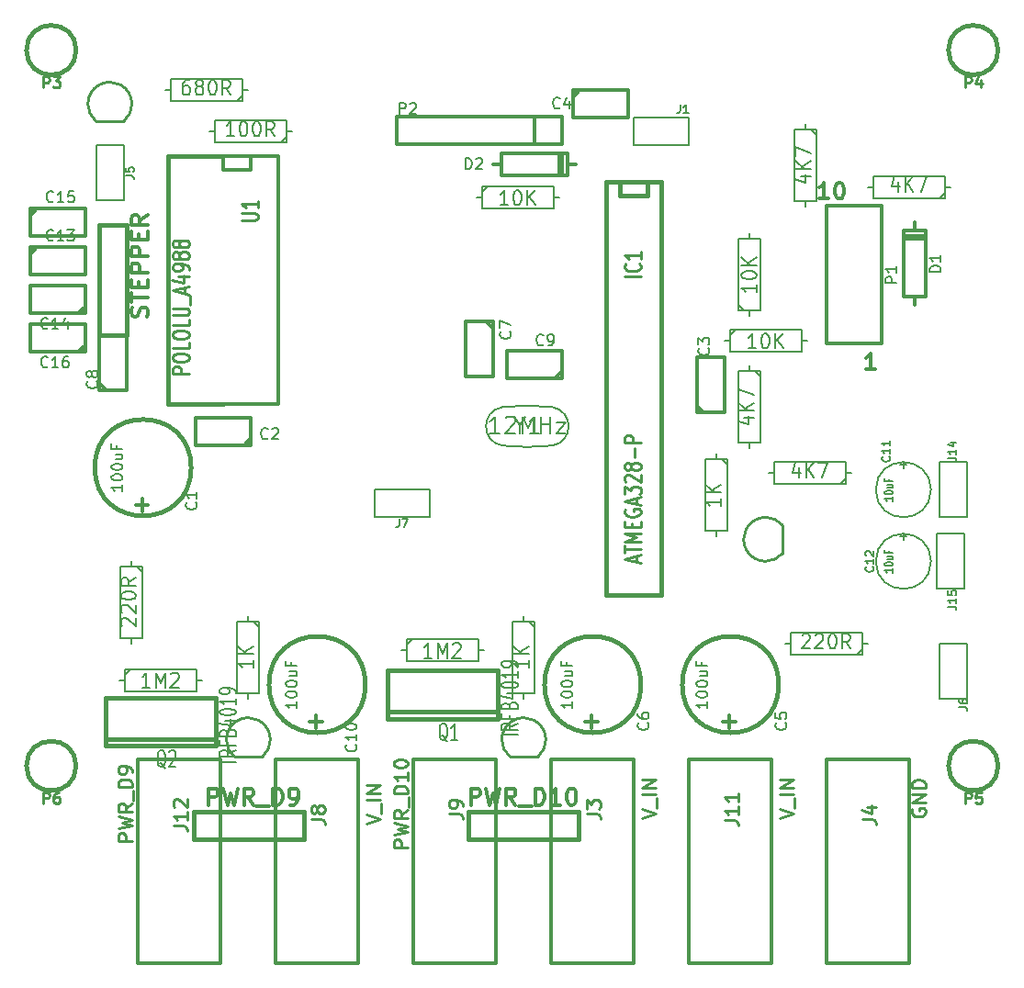
<source format=gto>
G04 (created by PCBNEW (2013-jul-07)-stable) date Thu Nov 12 15:47:10 2015*
%MOIN*%
G04 Gerber Fmt 3.4, Leading zero omitted, Abs format*
%FSLAX34Y34*%
G01*
G70*
G90*
G04 APERTURE LIST*
%ADD10C,0.00590551*%
%ADD11C,0.011811*%
%ADD12C,0.015*%
%ADD13C,0.008*%
%ADD14C,0.01*%
%ADD15C,0.012*%
%ADD16C,0.006*%
%ADD17C,0.005*%
%ADD18C,0.01125*%
%ADD19C,0.0075*%
G04 APERTURE END LIST*
G54D10*
G54D11*
X34687Y-12439D02*
X34350Y-12439D01*
X34518Y-12439D02*
X34518Y-11848D01*
X34462Y-11932D01*
X34406Y-11989D01*
X34350Y-12017D01*
X35053Y-11848D02*
X35109Y-11848D01*
X35165Y-11876D01*
X35193Y-11904D01*
X35221Y-11960D01*
X35249Y-12073D01*
X35249Y-12214D01*
X35221Y-12326D01*
X35193Y-12382D01*
X35165Y-12410D01*
X35109Y-12439D01*
X35053Y-12439D01*
X34996Y-12410D01*
X34968Y-12382D01*
X34940Y-12326D01*
X34912Y-12214D01*
X34912Y-12073D01*
X34940Y-11960D01*
X34968Y-11904D01*
X34996Y-11876D01*
X35053Y-11848D01*
X36368Y-18639D02*
X36031Y-18639D01*
X36200Y-18639D02*
X36200Y-18048D01*
X36143Y-18132D01*
X36087Y-18189D01*
X36031Y-18217D01*
G54D12*
X28625Y-11825D02*
X28625Y-26825D01*
X28625Y-26825D02*
X26625Y-26825D01*
X26625Y-26825D02*
X26625Y-11825D01*
X26625Y-11825D02*
X28625Y-11825D01*
X28125Y-11825D02*
X28125Y-12325D01*
X28125Y-12325D02*
X27125Y-12325D01*
X27125Y-12325D02*
X27125Y-11825D01*
G54D11*
X12725Y-10875D02*
X14725Y-10875D01*
X12725Y-19875D02*
X14725Y-19875D01*
X14725Y-10875D02*
X14725Y-19875D01*
X13725Y-10875D02*
X13725Y-11375D01*
X13725Y-11375D02*
X12725Y-11375D01*
X12725Y-11375D02*
X12725Y-10875D01*
G54D12*
X12225Y-10875D02*
X12225Y-10875D01*
X12725Y-19875D02*
X10725Y-19875D01*
X10725Y-19875D02*
X10725Y-10875D01*
X10725Y-10875D02*
X12725Y-10875D01*
X7372Y-7042D02*
G75*
G03X7372Y-7042I-900J0D01*
G74*
G01*
X40837Y-7042D02*
G75*
G03X40837Y-7042I-900J0D01*
G74*
G01*
X40837Y-33026D02*
G75*
G03X40837Y-33026I-900J0D01*
G74*
G01*
X7372Y-33026D02*
G75*
G03X7372Y-33026I-900J0D01*
G74*
G01*
G54D13*
X22851Y-19999D02*
G75*
G03X22849Y-21399I107J-700D01*
G74*
G01*
X24648Y-21400D02*
G75*
G03X24650Y-20000I-107J700D01*
G74*
G01*
X22858Y-21400D02*
G75*
G03X24655Y-21399I891J8075D01*
G74*
G01*
X24638Y-19998D02*
G75*
G03X22847Y-20000I-888J-8051D01*
G74*
G01*
G54D14*
X8100Y-9620D02*
X9100Y-9620D01*
X9109Y-9620D02*
X8910Y-9620D01*
X8091Y-9620D02*
X8270Y-9620D01*
X9113Y-9613D02*
G75*
G03X9400Y-9000I-513J613D01*
G74*
G01*
X9399Y-9000D02*
G75*
G03X8976Y-8295I-799J0D01*
G74*
G01*
X7801Y-9001D02*
G75*
G03X8084Y-9610I798J1D01*
G74*
G01*
X8202Y-8305D02*
G75*
G03X7800Y-9000I397J-694D01*
G74*
G01*
X8979Y-8295D02*
G75*
G03X8600Y-8200I-379J-704D01*
G74*
G01*
X8600Y-8200D02*
G75*
G03X8181Y-8318I0J-799D01*
G74*
G01*
X33020Y-25300D02*
X33020Y-24300D01*
X33020Y-24291D02*
X33020Y-24490D01*
X33020Y-25309D02*
X33020Y-25130D01*
X33013Y-24286D02*
G75*
G03X32400Y-24000I-613J-513D01*
G74*
G01*
X32400Y-24001D02*
G75*
G03X31695Y-24423I0J-799D01*
G74*
G01*
X32401Y-25598D02*
G75*
G03X33010Y-25315I-1J798D01*
G74*
G01*
X31705Y-25197D02*
G75*
G03X32400Y-25600I694J397D01*
G74*
G01*
X31695Y-24420D02*
G75*
G03X31600Y-24800I704J-379D01*
G74*
G01*
X31600Y-24800D02*
G75*
G03X31718Y-25218I799J0D01*
G74*
G01*
G54D15*
X34625Y-40175D02*
X37625Y-40175D01*
X37625Y-40175D02*
X37625Y-32775D01*
X37625Y-32775D02*
X34625Y-32775D01*
X34625Y-32775D02*
X34625Y-40175D01*
X24625Y-40175D02*
X27625Y-40175D01*
X27625Y-40175D02*
X27625Y-32775D01*
X27625Y-32775D02*
X24625Y-32775D01*
X24625Y-32775D02*
X24625Y-40175D01*
X19625Y-40175D02*
X22625Y-40175D01*
X22625Y-40175D02*
X22625Y-32775D01*
X22625Y-32775D02*
X19625Y-32775D01*
X19625Y-32775D02*
X19625Y-40175D01*
X14625Y-40175D02*
X17625Y-40175D01*
X17625Y-40175D02*
X17625Y-32775D01*
X17625Y-32775D02*
X14625Y-32775D01*
X14625Y-32775D02*
X14625Y-40175D01*
X9625Y-40175D02*
X12625Y-40175D01*
X12625Y-40175D02*
X12625Y-32775D01*
X12625Y-32775D02*
X9625Y-32775D01*
X9625Y-32775D02*
X9625Y-40175D01*
X29625Y-40175D02*
X32625Y-40175D01*
X32625Y-40175D02*
X32625Y-32775D01*
X32625Y-32775D02*
X29625Y-32775D01*
X29625Y-32775D02*
X29625Y-40175D01*
G54D13*
X30600Y-21700D02*
X30600Y-21900D01*
X30600Y-24700D02*
X30600Y-24500D01*
X30600Y-24500D02*
X31000Y-24500D01*
X31000Y-24500D02*
X31000Y-21900D01*
X31000Y-21900D02*
X30200Y-21900D01*
X30200Y-21900D02*
X30200Y-24500D01*
X30200Y-24500D02*
X30600Y-24500D01*
X30800Y-21900D02*
X31000Y-22100D01*
X13600Y-8500D02*
X13400Y-8500D01*
X10600Y-8500D02*
X10800Y-8500D01*
X10800Y-8500D02*
X10800Y-8900D01*
X10800Y-8900D02*
X13400Y-8900D01*
X13400Y-8900D02*
X13400Y-8100D01*
X13400Y-8100D02*
X10800Y-8100D01*
X10800Y-8100D02*
X10800Y-8500D01*
X13400Y-8700D02*
X13200Y-8900D01*
X9375Y-25575D02*
X9375Y-25775D01*
X9375Y-28575D02*
X9375Y-28375D01*
X9375Y-28375D02*
X9775Y-28375D01*
X9775Y-28375D02*
X9775Y-25775D01*
X9775Y-25775D02*
X8975Y-25775D01*
X8975Y-25775D02*
X8975Y-28375D01*
X8975Y-28375D02*
X9375Y-28375D01*
X9575Y-25775D02*
X9775Y-25975D01*
X36100Y-28600D02*
X35900Y-28600D01*
X33100Y-28600D02*
X33300Y-28600D01*
X33300Y-28600D02*
X33300Y-29000D01*
X33300Y-29000D02*
X35900Y-29000D01*
X35900Y-29000D02*
X35900Y-28200D01*
X35900Y-28200D02*
X33300Y-28200D01*
X33300Y-28200D02*
X33300Y-28600D01*
X35900Y-28800D02*
X35700Y-29000D01*
X35500Y-22400D02*
X35300Y-22400D01*
X32500Y-22400D02*
X32700Y-22400D01*
X32700Y-22400D02*
X32700Y-22800D01*
X32700Y-22800D02*
X35300Y-22800D01*
X35300Y-22800D02*
X35300Y-22000D01*
X35300Y-22000D02*
X32700Y-22000D01*
X32700Y-22000D02*
X32700Y-22400D01*
X35300Y-22600D02*
X35100Y-22800D01*
X31800Y-18500D02*
X31800Y-18700D01*
X31800Y-21500D02*
X31800Y-21300D01*
X31800Y-21300D02*
X32200Y-21300D01*
X32200Y-21300D02*
X32200Y-18700D01*
X32200Y-18700D02*
X31400Y-18700D01*
X31400Y-18700D02*
X31400Y-21300D01*
X31400Y-21300D02*
X31800Y-21300D01*
X32000Y-18700D02*
X32200Y-18900D01*
X21900Y-12400D02*
X22100Y-12400D01*
X24900Y-12400D02*
X24700Y-12400D01*
X24700Y-12400D02*
X24700Y-12000D01*
X24700Y-12000D02*
X22100Y-12000D01*
X22100Y-12000D02*
X22100Y-12800D01*
X22100Y-12800D02*
X24700Y-12800D01*
X24700Y-12800D02*
X24700Y-12400D01*
X22100Y-12200D02*
X22300Y-12000D01*
X15200Y-10000D02*
X15000Y-10000D01*
X12200Y-10000D02*
X12400Y-10000D01*
X12400Y-10000D02*
X12400Y-10400D01*
X12400Y-10400D02*
X15000Y-10400D01*
X15000Y-10400D02*
X15000Y-9600D01*
X15000Y-9600D02*
X12400Y-9600D01*
X12400Y-9600D02*
X12400Y-10000D01*
X15000Y-10200D02*
X14800Y-10400D01*
G54D15*
X34600Y-17700D02*
X34600Y-12700D01*
X34600Y-12700D02*
X36600Y-12700D01*
X36600Y-12700D02*
X36600Y-17700D01*
X36600Y-17700D02*
X34600Y-17700D01*
G54D12*
X15630Y-35685D02*
X15630Y-34685D01*
X15630Y-34685D02*
X11630Y-34685D01*
X11630Y-34685D02*
X11630Y-35685D01*
X11630Y-35685D02*
X15630Y-35685D01*
X8225Y-17375D02*
X9225Y-17375D01*
X9225Y-17375D02*
X9225Y-13375D01*
X9225Y-13375D02*
X8225Y-13375D01*
X8225Y-13375D02*
X8225Y-17375D01*
X25610Y-35685D02*
X25610Y-34685D01*
X25610Y-34685D02*
X21610Y-34685D01*
X21610Y-34685D02*
X21610Y-35685D01*
X21610Y-35685D02*
X25610Y-35685D01*
G54D16*
X38700Y-28600D02*
X39700Y-28600D01*
X39700Y-28600D02*
X39700Y-30600D01*
X39700Y-30600D02*
X38700Y-30600D01*
X38700Y-30600D02*
X38700Y-28600D01*
X39625Y-26575D02*
X38625Y-26575D01*
X38625Y-26575D02*
X38625Y-24575D01*
X38625Y-24575D02*
X39625Y-24575D01*
X39625Y-24575D02*
X39625Y-26575D01*
X39700Y-24000D02*
X38700Y-24000D01*
X38700Y-24000D02*
X38700Y-22000D01*
X38700Y-22000D02*
X39700Y-22000D01*
X39700Y-22000D02*
X39700Y-24000D01*
X29600Y-9500D02*
X29600Y-10500D01*
X29600Y-10500D02*
X27600Y-10500D01*
X27600Y-10500D02*
X27600Y-9500D01*
X27600Y-9500D02*
X29600Y-9500D01*
X20200Y-23000D02*
X20200Y-24000D01*
X20200Y-24000D02*
X18200Y-24000D01*
X18200Y-24000D02*
X18200Y-23000D01*
X18200Y-23000D02*
X20200Y-23000D01*
X8100Y-10500D02*
X9100Y-10500D01*
X9100Y-10500D02*
X9100Y-12500D01*
X9100Y-12500D02*
X8100Y-12500D01*
X8100Y-12500D02*
X8100Y-10500D01*
G54D15*
X25000Y-9450D02*
X25000Y-10450D01*
X25000Y-10450D02*
X19000Y-10450D01*
X19000Y-10450D02*
X19000Y-9450D01*
X19000Y-9450D02*
X25000Y-9450D01*
X24000Y-9450D02*
X24000Y-10450D01*
X37800Y-13300D02*
X37800Y-13600D01*
X37800Y-13600D02*
X37400Y-13600D01*
X37400Y-13600D02*
X37400Y-16000D01*
X37400Y-16000D02*
X37800Y-16000D01*
X37800Y-16000D02*
X37800Y-16300D01*
X37800Y-16000D02*
X38200Y-16000D01*
X38200Y-16000D02*
X38200Y-13600D01*
X38200Y-13600D02*
X37800Y-13600D01*
X37400Y-13800D02*
X38200Y-13800D01*
X38200Y-13900D02*
X37400Y-13900D01*
X25500Y-11200D02*
X25200Y-11200D01*
X25200Y-11200D02*
X25200Y-10800D01*
X25200Y-10800D02*
X22800Y-10800D01*
X22800Y-10800D02*
X22800Y-11200D01*
X22800Y-11200D02*
X22500Y-11200D01*
X22800Y-11200D02*
X22800Y-11600D01*
X22800Y-11600D02*
X25200Y-11600D01*
X25200Y-11600D02*
X25200Y-11200D01*
X25000Y-10800D02*
X25000Y-11600D01*
X24900Y-11600D02*
X24900Y-10800D01*
G54D17*
X38401Y-23000D02*
G75*
G03X38401Y-23000I-1001J0D01*
G74*
G01*
X38401Y-25600D02*
G75*
G03X38401Y-25600I-1001J0D01*
G74*
G01*
G54D12*
X17875Y-30075D02*
G75*
G03X17875Y-30075I-1750J0D01*
G74*
G01*
X27875Y-30075D02*
G75*
G03X27875Y-30075I-1750J0D01*
G74*
G01*
X32875Y-30075D02*
G75*
G03X32875Y-30075I-1750J0D01*
G74*
G01*
X11550Y-22200D02*
G75*
G03X11550Y-22200I-1750J0D01*
G74*
G01*
G54D15*
X8225Y-19355D02*
X8225Y-17375D01*
X8225Y-17375D02*
X9225Y-17375D01*
X9225Y-17375D02*
X9225Y-19375D01*
X9225Y-19375D02*
X8225Y-19375D01*
X8475Y-19375D02*
X8225Y-19125D01*
X29900Y-20180D02*
X29900Y-18200D01*
X29900Y-18200D02*
X30900Y-18200D01*
X30900Y-18200D02*
X30900Y-20200D01*
X30900Y-20200D02*
X29900Y-20200D01*
X30150Y-20200D02*
X29900Y-19950D01*
X24980Y-18950D02*
X23000Y-18950D01*
X23000Y-18950D02*
X23000Y-17950D01*
X23000Y-17950D02*
X25000Y-17950D01*
X25000Y-17950D02*
X25000Y-18950D01*
X25000Y-18700D02*
X24750Y-18950D01*
X13705Y-21375D02*
X11725Y-21375D01*
X11725Y-21375D02*
X11725Y-20375D01*
X11725Y-20375D02*
X13725Y-20375D01*
X13725Y-20375D02*
X13725Y-21375D01*
X13725Y-21125D02*
X13475Y-21375D01*
X22500Y-16920D02*
X22500Y-18900D01*
X22500Y-18900D02*
X21500Y-18900D01*
X21500Y-18900D02*
X21500Y-16900D01*
X21500Y-16900D02*
X22500Y-16900D01*
X22250Y-16900D02*
X22500Y-17150D01*
X25420Y-8500D02*
X27400Y-8500D01*
X27400Y-8500D02*
X27400Y-9500D01*
X27400Y-9500D02*
X25400Y-9500D01*
X25400Y-9500D02*
X25400Y-8500D01*
X25400Y-8750D02*
X25650Y-8500D01*
G54D14*
X23125Y-32695D02*
X24125Y-32695D01*
X24134Y-32695D02*
X23935Y-32695D01*
X23116Y-32695D02*
X23295Y-32695D01*
X24138Y-32688D02*
G75*
G03X24425Y-32075I-513J613D01*
G74*
G01*
X24424Y-32075D02*
G75*
G03X24001Y-31370I-799J0D01*
G74*
G01*
X22826Y-32076D02*
G75*
G03X23109Y-32685I798J1D01*
G74*
G01*
X23227Y-31380D02*
G75*
G03X22825Y-32075I397J-694D01*
G74*
G01*
X24004Y-31370D02*
G75*
G03X23625Y-31275I-379J-704D01*
G74*
G01*
X23625Y-31275D02*
G75*
G03X23206Y-31393I0J-799D01*
G74*
G01*
X13125Y-32695D02*
X14125Y-32695D01*
X14134Y-32695D02*
X13935Y-32695D01*
X13116Y-32695D02*
X13295Y-32695D01*
X14138Y-32688D02*
G75*
G03X14425Y-32075I-513J613D01*
G74*
G01*
X14424Y-32075D02*
G75*
G03X14001Y-31370I-799J0D01*
G74*
G01*
X12826Y-32076D02*
G75*
G03X13109Y-32685I798J1D01*
G74*
G01*
X13227Y-31380D02*
G75*
G03X12825Y-32075I397J-694D01*
G74*
G01*
X14004Y-31370D02*
G75*
G03X13625Y-31275I-379J-704D01*
G74*
G01*
X13625Y-31275D02*
G75*
G03X13206Y-31393I0J-799D01*
G74*
G01*
G54D13*
X23625Y-27575D02*
X23625Y-27775D01*
X23625Y-30575D02*
X23625Y-30375D01*
X23625Y-30375D02*
X24025Y-30375D01*
X24025Y-30375D02*
X24025Y-27775D01*
X24025Y-27775D02*
X23225Y-27775D01*
X23225Y-27775D02*
X23225Y-30375D01*
X23225Y-30375D02*
X23625Y-30375D01*
X23825Y-27775D02*
X24025Y-27975D01*
X13625Y-27575D02*
X13625Y-27775D01*
X13625Y-30575D02*
X13625Y-30375D01*
X13625Y-30375D02*
X14025Y-30375D01*
X14025Y-30375D02*
X14025Y-27775D01*
X14025Y-27775D02*
X13225Y-27775D01*
X13225Y-27775D02*
X13225Y-30375D01*
X13225Y-30375D02*
X13625Y-30375D01*
X13825Y-27775D02*
X14025Y-27975D01*
X30900Y-17600D02*
X31100Y-17600D01*
X33900Y-17600D02*
X33700Y-17600D01*
X33700Y-17600D02*
X33700Y-17200D01*
X33700Y-17200D02*
X31100Y-17200D01*
X31100Y-17200D02*
X31100Y-18000D01*
X31100Y-18000D02*
X33700Y-18000D01*
X33700Y-18000D02*
X33700Y-17600D01*
X31100Y-17400D02*
X31300Y-17200D01*
X31800Y-16700D02*
X31800Y-16500D01*
X31800Y-13700D02*
X31800Y-13900D01*
X31800Y-13900D02*
X31400Y-13900D01*
X31400Y-13900D02*
X31400Y-16500D01*
X31400Y-16500D02*
X32200Y-16500D01*
X32200Y-16500D02*
X32200Y-13900D01*
X32200Y-13900D02*
X31800Y-13900D01*
X31600Y-16500D02*
X31400Y-16300D01*
G54D15*
X5720Y-12800D02*
X7700Y-12800D01*
X7700Y-12800D02*
X7700Y-13800D01*
X7700Y-13800D02*
X5700Y-13800D01*
X5700Y-13800D02*
X5700Y-12800D01*
X5700Y-13050D02*
X5950Y-12800D01*
X5720Y-14200D02*
X7700Y-14200D01*
X7700Y-14200D02*
X7700Y-15200D01*
X7700Y-15200D02*
X5700Y-15200D01*
X5700Y-15200D02*
X5700Y-14200D01*
X5700Y-14450D02*
X5950Y-14200D01*
X7680Y-16600D02*
X5700Y-16600D01*
X5700Y-16600D02*
X5700Y-15600D01*
X5700Y-15600D02*
X7700Y-15600D01*
X7700Y-15600D02*
X7700Y-16600D01*
X7700Y-16350D02*
X7450Y-16600D01*
X7680Y-18000D02*
X5700Y-18000D01*
X5700Y-18000D02*
X5700Y-17000D01*
X5700Y-17000D02*
X7700Y-17000D01*
X7700Y-17000D02*
X7700Y-18000D01*
X7700Y-17750D02*
X7450Y-18000D01*
G54D13*
X19169Y-28838D02*
X19369Y-28838D01*
X22169Y-28838D02*
X21969Y-28838D01*
X21969Y-28838D02*
X21969Y-28438D01*
X21969Y-28438D02*
X19369Y-28438D01*
X19369Y-28438D02*
X19369Y-29238D01*
X19369Y-29238D02*
X21969Y-29238D01*
X21969Y-29238D02*
X21969Y-28838D01*
X19369Y-28638D02*
X19569Y-28438D01*
X8933Y-29921D02*
X9133Y-29921D01*
X11933Y-29921D02*
X11733Y-29921D01*
X11733Y-29921D02*
X11733Y-29521D01*
X11733Y-29521D02*
X9133Y-29521D01*
X9133Y-29521D02*
X9133Y-30321D01*
X9133Y-30321D02*
X11733Y-30321D01*
X11733Y-30321D02*
X11733Y-29921D01*
X9133Y-29721D02*
X9333Y-29521D01*
X33858Y-9720D02*
X33858Y-9920D01*
X33858Y-12720D02*
X33858Y-12520D01*
X33858Y-12520D02*
X34258Y-12520D01*
X34258Y-12520D02*
X34258Y-9920D01*
X34258Y-9920D02*
X33458Y-9920D01*
X33458Y-9920D02*
X33458Y-12520D01*
X33458Y-12520D02*
X33858Y-12520D01*
X34058Y-9920D02*
X34258Y-10120D01*
X39098Y-12007D02*
X38898Y-12007D01*
X36098Y-12007D02*
X36298Y-12007D01*
X36298Y-12007D02*
X36298Y-12407D01*
X36298Y-12407D02*
X38898Y-12407D01*
X38898Y-12407D02*
X38898Y-11607D01*
X38898Y-11607D02*
X36298Y-11607D01*
X36298Y-11607D02*
X36298Y-12007D01*
X38898Y-12207D02*
X38698Y-12407D01*
G54D12*
X12433Y-32049D02*
X12433Y-32299D01*
X12433Y-32299D02*
X8433Y-32299D01*
X8433Y-32299D02*
X8433Y-32049D01*
X12433Y-30549D02*
X12433Y-32049D01*
X12433Y-32049D02*
X8433Y-32049D01*
X8433Y-32049D02*
X8433Y-30549D01*
X8433Y-30549D02*
X12433Y-30549D01*
X22669Y-31064D02*
X22669Y-31314D01*
X22669Y-31314D02*
X18669Y-31314D01*
X18669Y-31314D02*
X18669Y-31064D01*
X22669Y-29564D02*
X22669Y-31064D01*
X22669Y-31064D02*
X18669Y-31064D01*
X18669Y-31064D02*
X18669Y-29564D01*
X18669Y-29564D02*
X22669Y-29564D01*
G54D18*
X27867Y-15264D02*
X27267Y-15264D01*
X27810Y-14792D02*
X27839Y-14814D01*
X27867Y-14878D01*
X27867Y-14921D01*
X27839Y-14985D01*
X27782Y-15028D01*
X27725Y-15049D01*
X27610Y-15071D01*
X27525Y-15071D01*
X27410Y-15049D01*
X27353Y-15028D01*
X27296Y-14985D01*
X27267Y-14921D01*
X27267Y-14878D01*
X27296Y-14814D01*
X27325Y-14792D01*
X27867Y-14364D02*
X27867Y-14621D01*
X27867Y-14492D02*
X27267Y-14492D01*
X27353Y-14535D01*
X27410Y-14578D01*
X27439Y-14621D01*
G54D15*
G54D18*
X27696Y-25628D02*
X27696Y-25414D01*
X27867Y-25671D02*
X27267Y-25521D01*
X27867Y-25371D01*
X27267Y-25285D02*
X27267Y-25028D01*
X27867Y-25157D02*
X27267Y-25157D01*
X27867Y-24878D02*
X27267Y-24878D01*
X27696Y-24728D01*
X27267Y-24578D01*
X27867Y-24578D01*
X27553Y-24364D02*
X27553Y-24214D01*
X27867Y-24149D02*
X27867Y-24364D01*
X27267Y-24364D01*
X27267Y-24149D01*
X27296Y-23721D02*
X27267Y-23764D01*
X27267Y-23828D01*
X27296Y-23892D01*
X27353Y-23935D01*
X27410Y-23957D01*
X27525Y-23978D01*
X27610Y-23978D01*
X27725Y-23957D01*
X27782Y-23935D01*
X27839Y-23892D01*
X27867Y-23828D01*
X27867Y-23785D01*
X27839Y-23721D01*
X27810Y-23699D01*
X27610Y-23699D01*
X27610Y-23785D01*
X27696Y-23528D02*
X27696Y-23314D01*
X27867Y-23571D02*
X27267Y-23421D01*
X27867Y-23271D01*
X27267Y-23164D02*
X27267Y-22885D01*
X27496Y-23035D01*
X27496Y-22971D01*
X27525Y-22928D01*
X27553Y-22907D01*
X27610Y-22885D01*
X27753Y-22885D01*
X27810Y-22907D01*
X27839Y-22928D01*
X27867Y-22971D01*
X27867Y-23100D01*
X27839Y-23142D01*
X27810Y-23164D01*
X27325Y-22714D02*
X27296Y-22692D01*
X27267Y-22650D01*
X27267Y-22542D01*
X27296Y-22500D01*
X27325Y-22478D01*
X27382Y-22457D01*
X27439Y-22457D01*
X27525Y-22478D01*
X27867Y-22735D01*
X27867Y-22457D01*
X27525Y-22200D02*
X27496Y-22242D01*
X27467Y-22264D01*
X27410Y-22285D01*
X27382Y-22285D01*
X27325Y-22264D01*
X27296Y-22242D01*
X27267Y-22200D01*
X27267Y-22114D01*
X27296Y-22071D01*
X27325Y-22050D01*
X27382Y-22028D01*
X27410Y-22028D01*
X27467Y-22050D01*
X27496Y-22071D01*
X27525Y-22114D01*
X27525Y-22200D01*
X27553Y-22242D01*
X27582Y-22264D01*
X27639Y-22285D01*
X27753Y-22285D01*
X27810Y-22264D01*
X27839Y-22242D01*
X27867Y-22200D01*
X27867Y-22114D01*
X27839Y-22071D01*
X27810Y-22050D01*
X27753Y-22028D01*
X27639Y-22028D01*
X27582Y-22050D01*
X27553Y-22071D01*
X27525Y-22114D01*
X27639Y-21835D02*
X27639Y-21492D01*
X27867Y-21278D02*
X27267Y-21278D01*
X27267Y-21107D01*
X27296Y-21064D01*
X27325Y-21042D01*
X27382Y-21021D01*
X27467Y-21021D01*
X27525Y-21042D01*
X27553Y-21064D01*
X27582Y-21107D01*
X27582Y-21278D01*
G54D15*
G54D18*
X13367Y-13217D02*
X13853Y-13217D01*
X13910Y-13196D01*
X13939Y-13175D01*
X13967Y-13132D01*
X13967Y-13046D01*
X13939Y-13003D01*
X13910Y-12982D01*
X13853Y-12960D01*
X13367Y-12960D01*
X13967Y-12510D02*
X13967Y-12767D01*
X13967Y-12639D02*
X13367Y-12639D01*
X13453Y-12682D01*
X13510Y-12725D01*
X13539Y-12767D01*
G54D15*
G54D18*
X11467Y-18785D02*
X10867Y-18785D01*
X10867Y-18614D01*
X10896Y-18571D01*
X10925Y-18550D01*
X10982Y-18528D01*
X11067Y-18528D01*
X11125Y-18550D01*
X11153Y-18571D01*
X11182Y-18614D01*
X11182Y-18785D01*
X10867Y-18250D02*
X10867Y-18164D01*
X10896Y-18121D01*
X10953Y-18078D01*
X11067Y-18057D01*
X11267Y-18057D01*
X11382Y-18078D01*
X11439Y-18121D01*
X11467Y-18164D01*
X11467Y-18250D01*
X11439Y-18292D01*
X11382Y-18335D01*
X11267Y-18357D01*
X11067Y-18357D01*
X10953Y-18335D01*
X10896Y-18292D01*
X10867Y-18250D01*
X11467Y-17649D02*
X11467Y-17864D01*
X10867Y-17864D01*
X10867Y-17414D02*
X10867Y-17328D01*
X10896Y-17285D01*
X10953Y-17242D01*
X11067Y-17221D01*
X11267Y-17221D01*
X11382Y-17242D01*
X11439Y-17285D01*
X11467Y-17328D01*
X11467Y-17414D01*
X11439Y-17457D01*
X11382Y-17499D01*
X11267Y-17521D01*
X11067Y-17521D01*
X10953Y-17499D01*
X10896Y-17457D01*
X10867Y-17414D01*
X11467Y-16814D02*
X11467Y-17028D01*
X10867Y-17028D01*
X10867Y-16664D02*
X11353Y-16664D01*
X11410Y-16642D01*
X11439Y-16621D01*
X11467Y-16578D01*
X11467Y-16492D01*
X11439Y-16449D01*
X11410Y-16428D01*
X11353Y-16407D01*
X10867Y-16407D01*
X11525Y-16299D02*
X11525Y-15957D01*
X11296Y-15871D02*
X11296Y-15657D01*
X11467Y-15914D02*
X10867Y-15764D01*
X11467Y-15614D01*
X11067Y-15271D02*
X11467Y-15271D01*
X10839Y-15378D02*
X11267Y-15485D01*
X11267Y-15207D01*
X11467Y-15014D02*
X11467Y-14928D01*
X11439Y-14885D01*
X11410Y-14864D01*
X11325Y-14821D01*
X11210Y-14799D01*
X10982Y-14799D01*
X10925Y-14821D01*
X10896Y-14842D01*
X10867Y-14885D01*
X10867Y-14971D01*
X10896Y-15014D01*
X10925Y-15035D01*
X10982Y-15057D01*
X11125Y-15057D01*
X11182Y-15035D01*
X11210Y-15014D01*
X11239Y-14971D01*
X11239Y-14885D01*
X11210Y-14842D01*
X11182Y-14821D01*
X11125Y-14799D01*
X11125Y-14542D02*
X11096Y-14585D01*
X11067Y-14607D01*
X11010Y-14628D01*
X10982Y-14628D01*
X10925Y-14607D01*
X10896Y-14585D01*
X10867Y-14542D01*
X10867Y-14457D01*
X10896Y-14414D01*
X10925Y-14392D01*
X10982Y-14371D01*
X11010Y-14371D01*
X11067Y-14392D01*
X11096Y-14414D01*
X11125Y-14457D01*
X11125Y-14542D01*
X11153Y-14585D01*
X11182Y-14607D01*
X11239Y-14628D01*
X11353Y-14628D01*
X11410Y-14607D01*
X11439Y-14585D01*
X11467Y-14542D01*
X11467Y-14457D01*
X11439Y-14414D01*
X11410Y-14392D01*
X11353Y-14371D01*
X11239Y-14371D01*
X11182Y-14392D01*
X11153Y-14414D01*
X11125Y-14457D01*
X11125Y-14114D02*
X11096Y-14157D01*
X11067Y-14178D01*
X11010Y-14200D01*
X10982Y-14200D01*
X10925Y-14178D01*
X10896Y-14157D01*
X10867Y-14114D01*
X10867Y-14028D01*
X10896Y-13985D01*
X10925Y-13964D01*
X10982Y-13942D01*
X11010Y-13942D01*
X11067Y-13964D01*
X11096Y-13985D01*
X11125Y-14028D01*
X11125Y-14114D01*
X11153Y-14157D01*
X11182Y-14178D01*
X11239Y-14200D01*
X11353Y-14200D01*
X11410Y-14178D01*
X11439Y-14157D01*
X11467Y-14114D01*
X11467Y-14028D01*
X11439Y-13985D01*
X11410Y-13964D01*
X11353Y-13942D01*
X11239Y-13942D01*
X11182Y-13964D01*
X11153Y-13985D01*
X11125Y-14028D01*
G54D14*
X6177Y-8404D02*
X6177Y-8004D01*
X6329Y-8004D01*
X6367Y-8023D01*
X6386Y-8042D01*
X6405Y-8080D01*
X6405Y-8137D01*
X6386Y-8175D01*
X6367Y-8194D01*
X6329Y-8213D01*
X6177Y-8213D01*
X6539Y-8004D02*
X6786Y-8004D01*
X6653Y-8156D01*
X6710Y-8156D01*
X6748Y-8175D01*
X6767Y-8194D01*
X6786Y-8232D01*
X6786Y-8328D01*
X6767Y-8366D01*
X6748Y-8385D01*
X6710Y-8404D01*
X6596Y-8404D01*
X6558Y-8385D01*
X6539Y-8366D01*
X39641Y-8404D02*
X39641Y-8004D01*
X39794Y-8004D01*
X39832Y-8023D01*
X39851Y-8042D01*
X39870Y-8080D01*
X39870Y-8137D01*
X39851Y-8175D01*
X39832Y-8194D01*
X39794Y-8213D01*
X39641Y-8213D01*
X40213Y-8137D02*
X40213Y-8404D01*
X40117Y-7985D02*
X40022Y-8271D01*
X40270Y-8271D01*
X39641Y-34388D02*
X39641Y-33988D01*
X39794Y-33988D01*
X39832Y-34007D01*
X39851Y-34026D01*
X39870Y-34064D01*
X39870Y-34122D01*
X39851Y-34160D01*
X39832Y-34179D01*
X39794Y-34198D01*
X39641Y-34198D01*
X40232Y-33988D02*
X40041Y-33988D01*
X40022Y-34179D01*
X40041Y-34160D01*
X40079Y-34141D01*
X40175Y-34141D01*
X40213Y-34160D01*
X40232Y-34179D01*
X40251Y-34217D01*
X40251Y-34312D01*
X40232Y-34350D01*
X40213Y-34369D01*
X40175Y-34388D01*
X40079Y-34388D01*
X40041Y-34369D01*
X40022Y-34350D01*
X6177Y-34388D02*
X6177Y-33988D01*
X6329Y-33988D01*
X6367Y-34007D01*
X6386Y-34026D01*
X6405Y-34064D01*
X6405Y-34122D01*
X6386Y-34160D01*
X6367Y-34179D01*
X6329Y-34198D01*
X6177Y-34198D01*
X6748Y-33988D02*
X6672Y-33988D01*
X6634Y-34007D01*
X6615Y-34026D01*
X6577Y-34083D01*
X6558Y-34160D01*
X6558Y-34312D01*
X6577Y-34350D01*
X6596Y-34369D01*
X6634Y-34388D01*
X6710Y-34388D01*
X6748Y-34369D01*
X6767Y-34350D01*
X6786Y-34312D01*
X6786Y-34217D01*
X6767Y-34179D01*
X6748Y-34160D01*
X6710Y-34141D01*
X6634Y-34141D01*
X6596Y-34160D01*
X6577Y-34179D01*
X6558Y-34217D01*
G54D10*
X23464Y-20657D02*
X23464Y-20942D01*
X23264Y-20342D02*
X23464Y-20657D01*
X23664Y-20342D01*
X24178Y-20942D02*
X23835Y-20942D01*
X24007Y-20942D02*
X24007Y-20342D01*
X23950Y-20428D01*
X23892Y-20485D01*
X23835Y-20514D01*
X22735Y-20942D02*
X22392Y-20942D01*
X22564Y-20942D02*
X22564Y-20342D01*
X22507Y-20428D01*
X22450Y-20485D01*
X22392Y-20514D01*
X22964Y-20400D02*
X22992Y-20371D01*
X23050Y-20342D01*
X23192Y-20342D01*
X23250Y-20371D01*
X23278Y-20400D01*
X23307Y-20457D01*
X23307Y-20514D01*
X23278Y-20600D01*
X22935Y-20942D01*
X23307Y-20942D01*
X23564Y-20942D02*
X23564Y-20342D01*
X23764Y-20771D01*
X23964Y-20342D01*
X23964Y-20942D01*
X24250Y-20942D02*
X24250Y-20342D01*
X24250Y-20628D02*
X24592Y-20628D01*
X24592Y-20942D02*
X24592Y-20342D01*
X24821Y-20542D02*
X25135Y-20542D01*
X24821Y-20942D01*
X25135Y-20942D01*
G54D14*
X35902Y-34966D02*
X36259Y-34966D01*
X36330Y-34990D01*
X36378Y-35038D01*
X36402Y-35109D01*
X36402Y-35157D01*
X36069Y-34514D02*
X36402Y-34514D01*
X35878Y-34633D02*
X36235Y-34752D01*
X36235Y-34442D01*
X37726Y-34580D02*
X37702Y-34628D01*
X37702Y-34700D01*
X37726Y-34771D01*
X37773Y-34819D01*
X37821Y-34842D01*
X37916Y-34866D01*
X37988Y-34866D01*
X38083Y-34842D01*
X38130Y-34819D01*
X38178Y-34771D01*
X38202Y-34700D01*
X38202Y-34652D01*
X38178Y-34580D01*
X38154Y-34557D01*
X37988Y-34557D01*
X37988Y-34652D01*
X38202Y-34342D02*
X37702Y-34342D01*
X38202Y-34057D01*
X37702Y-34057D01*
X38202Y-33819D02*
X37702Y-33819D01*
X37702Y-33700D01*
X37726Y-33628D01*
X37773Y-33580D01*
X37821Y-33557D01*
X37916Y-33533D01*
X37988Y-33533D01*
X38083Y-33557D01*
X38130Y-33580D01*
X38178Y-33628D01*
X38202Y-33700D01*
X38202Y-33819D01*
X25902Y-34766D02*
X26259Y-34766D01*
X26330Y-34790D01*
X26378Y-34838D01*
X26402Y-34909D01*
X26402Y-34957D01*
X25902Y-34576D02*
X25902Y-34266D01*
X26092Y-34433D01*
X26092Y-34361D01*
X26116Y-34314D01*
X26140Y-34290D01*
X26188Y-34266D01*
X26307Y-34266D01*
X26354Y-34290D01*
X26378Y-34314D01*
X26402Y-34361D01*
X26402Y-34504D01*
X26378Y-34552D01*
X26354Y-34576D01*
X27902Y-34938D02*
X28402Y-34771D01*
X27902Y-34604D01*
X28450Y-34557D02*
X28450Y-34176D01*
X28402Y-34057D02*
X27902Y-34057D01*
X28402Y-33819D02*
X27902Y-33819D01*
X28402Y-33533D01*
X27902Y-33533D01*
X20902Y-34766D02*
X21259Y-34766D01*
X21330Y-34790D01*
X21378Y-34838D01*
X21402Y-34909D01*
X21402Y-34957D01*
X21402Y-34504D02*
X21402Y-34409D01*
X21378Y-34361D01*
X21354Y-34338D01*
X21283Y-34290D01*
X21188Y-34266D01*
X20997Y-34266D01*
X20950Y-34290D01*
X20926Y-34314D01*
X20902Y-34361D01*
X20902Y-34457D01*
X20926Y-34504D01*
X20950Y-34528D01*
X20997Y-34552D01*
X21116Y-34552D01*
X21164Y-34528D01*
X21188Y-34504D01*
X21211Y-34457D01*
X21211Y-34361D01*
X21188Y-34314D01*
X21164Y-34290D01*
X21116Y-34266D01*
X19402Y-35983D02*
X18902Y-35983D01*
X18902Y-35792D01*
X18926Y-35745D01*
X18950Y-35721D01*
X18997Y-35697D01*
X19069Y-35697D01*
X19116Y-35721D01*
X19140Y-35745D01*
X19164Y-35792D01*
X19164Y-35983D01*
X18902Y-35530D02*
X19402Y-35411D01*
X19045Y-35316D01*
X19402Y-35221D01*
X18902Y-35102D01*
X19402Y-34626D02*
X19164Y-34792D01*
X19402Y-34911D02*
X18902Y-34911D01*
X18902Y-34721D01*
X18926Y-34673D01*
X18950Y-34650D01*
X18997Y-34626D01*
X19069Y-34626D01*
X19116Y-34650D01*
X19140Y-34673D01*
X19164Y-34721D01*
X19164Y-34911D01*
X19450Y-34530D02*
X19450Y-34150D01*
X19402Y-34030D02*
X18902Y-34030D01*
X18902Y-33911D01*
X18926Y-33840D01*
X18973Y-33792D01*
X19021Y-33769D01*
X19116Y-33745D01*
X19188Y-33745D01*
X19283Y-33769D01*
X19330Y-33792D01*
X19378Y-33840D01*
X19402Y-33911D01*
X19402Y-34030D01*
X19402Y-33269D02*
X19402Y-33554D01*
X19402Y-33411D02*
X18902Y-33411D01*
X18973Y-33459D01*
X19021Y-33507D01*
X19045Y-33554D01*
X18902Y-32959D02*
X18902Y-32911D01*
X18926Y-32864D01*
X18950Y-32840D01*
X18997Y-32816D01*
X19092Y-32792D01*
X19211Y-32792D01*
X19307Y-32816D01*
X19354Y-32840D01*
X19378Y-32864D01*
X19402Y-32911D01*
X19402Y-32959D01*
X19378Y-33007D01*
X19354Y-33030D01*
X19307Y-33054D01*
X19211Y-33078D01*
X19092Y-33078D01*
X18997Y-33054D01*
X18950Y-33030D01*
X18926Y-33007D01*
X18902Y-32959D01*
X15902Y-34966D02*
X16259Y-34966D01*
X16330Y-34990D01*
X16378Y-35038D01*
X16402Y-35109D01*
X16402Y-35157D01*
X16116Y-34657D02*
X16092Y-34704D01*
X16069Y-34728D01*
X16021Y-34752D01*
X15997Y-34752D01*
X15950Y-34728D01*
X15926Y-34704D01*
X15902Y-34657D01*
X15902Y-34561D01*
X15926Y-34514D01*
X15950Y-34490D01*
X15997Y-34466D01*
X16021Y-34466D01*
X16069Y-34490D01*
X16092Y-34514D01*
X16116Y-34561D01*
X16116Y-34657D01*
X16140Y-34704D01*
X16164Y-34728D01*
X16211Y-34752D01*
X16307Y-34752D01*
X16354Y-34728D01*
X16378Y-34704D01*
X16402Y-34657D01*
X16402Y-34561D01*
X16378Y-34514D01*
X16354Y-34490D01*
X16307Y-34466D01*
X16211Y-34466D01*
X16164Y-34490D01*
X16140Y-34514D01*
X16116Y-34561D01*
X17902Y-35138D02*
X18402Y-34971D01*
X17902Y-34804D01*
X18450Y-34757D02*
X18450Y-34376D01*
X18402Y-34257D02*
X17902Y-34257D01*
X18402Y-34019D02*
X17902Y-34019D01*
X18402Y-33733D01*
X17902Y-33733D01*
X10902Y-35204D02*
X11259Y-35204D01*
X11330Y-35228D01*
X11378Y-35276D01*
X11402Y-35347D01*
X11402Y-35395D01*
X11402Y-34704D02*
X11402Y-34990D01*
X11402Y-34847D02*
X10902Y-34847D01*
X10973Y-34895D01*
X11021Y-34942D01*
X11045Y-34990D01*
X10950Y-34514D02*
X10926Y-34490D01*
X10902Y-34442D01*
X10902Y-34323D01*
X10926Y-34276D01*
X10950Y-34252D01*
X10997Y-34228D01*
X11045Y-34228D01*
X11116Y-34252D01*
X11402Y-34538D01*
X11402Y-34228D01*
X9402Y-35745D02*
X8902Y-35745D01*
X8902Y-35554D01*
X8926Y-35507D01*
X8950Y-35483D01*
X8997Y-35459D01*
X9069Y-35459D01*
X9116Y-35483D01*
X9140Y-35507D01*
X9164Y-35554D01*
X9164Y-35745D01*
X8902Y-35292D02*
X9402Y-35173D01*
X9045Y-35078D01*
X9402Y-34983D01*
X8902Y-34864D01*
X9402Y-34388D02*
X9164Y-34554D01*
X9402Y-34673D02*
X8902Y-34673D01*
X8902Y-34483D01*
X8926Y-34435D01*
X8950Y-34411D01*
X8997Y-34388D01*
X9069Y-34388D01*
X9116Y-34411D01*
X9140Y-34435D01*
X9164Y-34483D01*
X9164Y-34673D01*
X9450Y-34292D02*
X9450Y-33911D01*
X9402Y-33792D02*
X8902Y-33792D01*
X8902Y-33673D01*
X8926Y-33602D01*
X8973Y-33554D01*
X9021Y-33530D01*
X9116Y-33507D01*
X9188Y-33507D01*
X9283Y-33530D01*
X9330Y-33554D01*
X9378Y-33602D01*
X9402Y-33673D01*
X9402Y-33792D01*
X9402Y-33269D02*
X9402Y-33173D01*
X9378Y-33126D01*
X9354Y-33102D01*
X9283Y-33054D01*
X9188Y-33030D01*
X8997Y-33030D01*
X8950Y-33054D01*
X8926Y-33078D01*
X8902Y-33126D01*
X8902Y-33221D01*
X8926Y-33269D01*
X8950Y-33292D01*
X8997Y-33316D01*
X9116Y-33316D01*
X9164Y-33292D01*
X9188Y-33269D01*
X9211Y-33221D01*
X9211Y-33126D01*
X9188Y-33078D01*
X9164Y-33054D01*
X9116Y-33030D01*
X30902Y-35004D02*
X31259Y-35004D01*
X31330Y-35028D01*
X31378Y-35076D01*
X31402Y-35147D01*
X31402Y-35195D01*
X31402Y-34504D02*
X31402Y-34790D01*
X31402Y-34647D02*
X30902Y-34647D01*
X30973Y-34695D01*
X31021Y-34742D01*
X31045Y-34790D01*
X31402Y-34028D02*
X31402Y-34314D01*
X31402Y-34171D02*
X30902Y-34171D01*
X30973Y-34219D01*
X31021Y-34266D01*
X31045Y-34314D01*
X32902Y-34938D02*
X33402Y-34771D01*
X32902Y-34604D01*
X33450Y-34557D02*
X33450Y-34176D01*
X33402Y-34057D02*
X32902Y-34057D01*
X33402Y-33819D02*
X32902Y-33819D01*
X33402Y-33533D01*
X32902Y-33533D01*
G54D13*
X30772Y-23307D02*
X30772Y-23592D01*
X30772Y-23450D02*
X30222Y-23450D01*
X30301Y-23497D01*
X30353Y-23545D01*
X30379Y-23592D01*
X30772Y-23092D02*
X30222Y-23092D01*
X30772Y-22807D02*
X30458Y-23021D01*
X30222Y-22807D02*
X30536Y-23092D01*
X11469Y-8122D02*
X11373Y-8122D01*
X11326Y-8148D01*
X11302Y-8175D01*
X11254Y-8253D01*
X11230Y-8358D01*
X11230Y-8567D01*
X11254Y-8620D01*
X11278Y-8646D01*
X11326Y-8672D01*
X11421Y-8672D01*
X11469Y-8646D01*
X11492Y-8620D01*
X11516Y-8567D01*
X11516Y-8436D01*
X11492Y-8384D01*
X11469Y-8358D01*
X11421Y-8332D01*
X11326Y-8332D01*
X11278Y-8358D01*
X11254Y-8384D01*
X11230Y-8436D01*
X11802Y-8358D02*
X11754Y-8332D01*
X11730Y-8305D01*
X11707Y-8253D01*
X11707Y-8227D01*
X11730Y-8175D01*
X11754Y-8148D01*
X11802Y-8122D01*
X11897Y-8122D01*
X11945Y-8148D01*
X11969Y-8175D01*
X11992Y-8227D01*
X11992Y-8253D01*
X11969Y-8305D01*
X11945Y-8332D01*
X11897Y-8358D01*
X11802Y-8358D01*
X11754Y-8384D01*
X11730Y-8410D01*
X11707Y-8463D01*
X11707Y-8567D01*
X11730Y-8620D01*
X11754Y-8646D01*
X11802Y-8672D01*
X11897Y-8672D01*
X11945Y-8646D01*
X11969Y-8620D01*
X11992Y-8567D01*
X11992Y-8463D01*
X11969Y-8410D01*
X11945Y-8384D01*
X11897Y-8358D01*
X12302Y-8122D02*
X12350Y-8122D01*
X12397Y-8148D01*
X12421Y-8175D01*
X12445Y-8227D01*
X12469Y-8332D01*
X12469Y-8463D01*
X12445Y-8567D01*
X12421Y-8620D01*
X12397Y-8646D01*
X12350Y-8672D01*
X12302Y-8672D01*
X12254Y-8646D01*
X12230Y-8620D01*
X12207Y-8567D01*
X12183Y-8463D01*
X12183Y-8332D01*
X12207Y-8227D01*
X12230Y-8175D01*
X12254Y-8148D01*
X12302Y-8122D01*
X12969Y-8672D02*
X12802Y-8410D01*
X12683Y-8672D02*
X12683Y-8122D01*
X12873Y-8122D01*
X12921Y-8148D01*
X12945Y-8175D01*
X12969Y-8227D01*
X12969Y-8305D01*
X12945Y-8358D01*
X12921Y-8384D01*
X12873Y-8410D01*
X12683Y-8410D01*
X9050Y-27944D02*
X9023Y-27920D01*
X8997Y-27872D01*
X8997Y-27753D01*
X9023Y-27705D01*
X9050Y-27682D01*
X9102Y-27658D01*
X9154Y-27658D01*
X9233Y-27682D01*
X9547Y-27967D01*
X9547Y-27658D01*
X9050Y-27467D02*
X9023Y-27444D01*
X8997Y-27396D01*
X8997Y-27277D01*
X9023Y-27229D01*
X9050Y-27205D01*
X9102Y-27182D01*
X9154Y-27182D01*
X9233Y-27205D01*
X9547Y-27491D01*
X9547Y-27182D01*
X8997Y-26872D02*
X8997Y-26825D01*
X9023Y-26777D01*
X9050Y-26753D01*
X9102Y-26729D01*
X9207Y-26705D01*
X9338Y-26705D01*
X9442Y-26729D01*
X9495Y-26753D01*
X9521Y-26777D01*
X9547Y-26825D01*
X9547Y-26872D01*
X9521Y-26920D01*
X9495Y-26944D01*
X9442Y-26967D01*
X9338Y-26991D01*
X9207Y-26991D01*
X9102Y-26967D01*
X9050Y-26944D01*
X9023Y-26920D01*
X8997Y-26872D01*
X9547Y-26205D02*
X9285Y-26372D01*
X9547Y-26491D02*
X8997Y-26491D01*
X8997Y-26301D01*
X9023Y-26253D01*
X9050Y-26229D01*
X9102Y-26205D01*
X9180Y-26205D01*
X9233Y-26229D01*
X9259Y-26253D01*
X9285Y-26301D01*
X9285Y-26491D01*
X33730Y-28275D02*
X33754Y-28248D01*
X33802Y-28222D01*
X33921Y-28222D01*
X33969Y-28248D01*
X33992Y-28275D01*
X34016Y-28327D01*
X34016Y-28379D01*
X33992Y-28458D01*
X33707Y-28772D01*
X34016Y-28772D01*
X34207Y-28275D02*
X34230Y-28248D01*
X34278Y-28222D01*
X34397Y-28222D01*
X34445Y-28248D01*
X34469Y-28275D01*
X34492Y-28327D01*
X34492Y-28379D01*
X34469Y-28458D01*
X34183Y-28772D01*
X34492Y-28772D01*
X34802Y-28222D02*
X34850Y-28222D01*
X34897Y-28248D01*
X34921Y-28275D01*
X34945Y-28327D01*
X34969Y-28432D01*
X34969Y-28563D01*
X34945Y-28667D01*
X34921Y-28720D01*
X34897Y-28746D01*
X34850Y-28772D01*
X34802Y-28772D01*
X34754Y-28746D01*
X34730Y-28720D01*
X34707Y-28667D01*
X34683Y-28563D01*
X34683Y-28432D01*
X34707Y-28327D01*
X34730Y-28275D01*
X34754Y-28248D01*
X34802Y-28222D01*
X35469Y-28772D02*
X35302Y-28510D01*
X35183Y-28772D02*
X35183Y-28222D01*
X35373Y-28222D01*
X35421Y-28248D01*
X35445Y-28275D01*
X35469Y-28327D01*
X35469Y-28405D01*
X35445Y-28458D01*
X35421Y-28484D01*
X35373Y-28510D01*
X35183Y-28510D01*
X33607Y-22205D02*
X33607Y-22572D01*
X33488Y-21996D02*
X33369Y-22389D01*
X33678Y-22389D01*
X33869Y-22572D02*
X33869Y-22022D01*
X34154Y-22572D02*
X33940Y-22258D01*
X34154Y-22022D02*
X33869Y-22336D01*
X34321Y-22022D02*
X34654Y-22022D01*
X34440Y-22572D01*
X31605Y-20392D02*
X31972Y-20392D01*
X31396Y-20511D02*
X31789Y-20630D01*
X31789Y-20321D01*
X31972Y-20130D02*
X31422Y-20130D01*
X31972Y-19845D02*
X31658Y-20059D01*
X31422Y-19845D02*
X31736Y-20130D01*
X31422Y-19678D02*
X31422Y-19345D01*
X31972Y-19559D01*
X23054Y-12672D02*
X22769Y-12672D01*
X22911Y-12672D02*
X22911Y-12122D01*
X22864Y-12201D01*
X22816Y-12253D01*
X22769Y-12279D01*
X23364Y-12122D02*
X23411Y-12122D01*
X23459Y-12148D01*
X23483Y-12175D01*
X23507Y-12227D01*
X23530Y-12332D01*
X23530Y-12463D01*
X23507Y-12567D01*
X23483Y-12620D01*
X23459Y-12646D01*
X23411Y-12672D01*
X23364Y-12672D01*
X23316Y-12646D01*
X23292Y-12620D01*
X23269Y-12567D01*
X23245Y-12463D01*
X23245Y-12332D01*
X23269Y-12227D01*
X23292Y-12175D01*
X23316Y-12148D01*
X23364Y-12122D01*
X23745Y-12672D02*
X23745Y-12122D01*
X24030Y-12672D02*
X23816Y-12358D01*
X24030Y-12122D02*
X23745Y-12436D01*
X13116Y-10172D02*
X12830Y-10172D01*
X12973Y-10172D02*
X12973Y-9622D01*
X12926Y-9701D01*
X12878Y-9753D01*
X12830Y-9779D01*
X13426Y-9622D02*
X13473Y-9622D01*
X13521Y-9648D01*
X13545Y-9675D01*
X13569Y-9727D01*
X13592Y-9832D01*
X13592Y-9963D01*
X13569Y-10067D01*
X13545Y-10120D01*
X13521Y-10146D01*
X13473Y-10172D01*
X13426Y-10172D01*
X13378Y-10146D01*
X13354Y-10120D01*
X13330Y-10067D01*
X13307Y-9963D01*
X13307Y-9832D01*
X13330Y-9727D01*
X13354Y-9675D01*
X13378Y-9648D01*
X13426Y-9622D01*
X13902Y-9622D02*
X13950Y-9622D01*
X13997Y-9648D01*
X14021Y-9675D01*
X14045Y-9727D01*
X14069Y-9832D01*
X14069Y-9963D01*
X14045Y-10067D01*
X14021Y-10120D01*
X13997Y-10146D01*
X13950Y-10172D01*
X13902Y-10172D01*
X13854Y-10146D01*
X13830Y-10120D01*
X13807Y-10067D01*
X13783Y-9963D01*
X13783Y-9832D01*
X13807Y-9727D01*
X13830Y-9675D01*
X13854Y-9648D01*
X13902Y-9622D01*
X14569Y-10172D02*
X14402Y-9910D01*
X14283Y-10172D02*
X14283Y-9622D01*
X14473Y-9622D01*
X14521Y-9648D01*
X14545Y-9675D01*
X14569Y-9727D01*
X14569Y-9805D01*
X14545Y-9858D01*
X14521Y-9884D01*
X14473Y-9910D01*
X14283Y-9910D01*
X37161Y-15495D02*
X36761Y-15495D01*
X36761Y-15342D01*
X36780Y-15304D01*
X36800Y-15285D01*
X36838Y-15266D01*
X36895Y-15266D01*
X36933Y-15285D01*
X36952Y-15304D01*
X36971Y-15342D01*
X36971Y-15495D01*
X37161Y-14885D02*
X37161Y-15114D01*
X37161Y-14999D02*
X36761Y-14999D01*
X36819Y-15038D01*
X36857Y-15076D01*
X36876Y-15114D01*
G54D15*
X12185Y-34442D02*
X12185Y-33842D01*
X12414Y-33842D01*
X12471Y-33871D01*
X12500Y-33900D01*
X12528Y-33957D01*
X12528Y-34042D01*
X12500Y-34100D01*
X12471Y-34128D01*
X12414Y-34157D01*
X12185Y-34157D01*
X12728Y-33842D02*
X12871Y-34442D01*
X12985Y-34014D01*
X13100Y-34442D01*
X13242Y-33842D01*
X13814Y-34442D02*
X13614Y-34157D01*
X13471Y-34442D02*
X13471Y-33842D01*
X13700Y-33842D01*
X13757Y-33871D01*
X13785Y-33900D01*
X13814Y-33957D01*
X13814Y-34042D01*
X13785Y-34100D01*
X13757Y-34128D01*
X13700Y-34157D01*
X13471Y-34157D01*
X13928Y-34500D02*
X14385Y-34500D01*
X14528Y-34442D02*
X14528Y-33842D01*
X14671Y-33842D01*
X14757Y-33871D01*
X14814Y-33928D01*
X14842Y-33985D01*
X14871Y-34100D01*
X14871Y-34185D01*
X14842Y-34300D01*
X14814Y-34357D01*
X14757Y-34414D01*
X14671Y-34442D01*
X14528Y-34442D01*
X15157Y-34442D02*
X15271Y-34442D01*
X15328Y-34414D01*
X15357Y-34385D01*
X15414Y-34300D01*
X15442Y-34185D01*
X15442Y-33957D01*
X15414Y-33900D01*
X15385Y-33871D01*
X15328Y-33842D01*
X15214Y-33842D01*
X15157Y-33871D01*
X15128Y-33900D01*
X15100Y-33957D01*
X15100Y-34100D01*
X15128Y-34157D01*
X15157Y-34185D01*
X15214Y-34214D01*
X15328Y-34214D01*
X15385Y-34185D01*
X15414Y-34157D01*
X15442Y-34100D01*
X9939Y-16717D02*
X9967Y-16632D01*
X9967Y-16489D01*
X9939Y-16432D01*
X9910Y-16403D01*
X9853Y-16375D01*
X9796Y-16375D01*
X9739Y-16403D01*
X9710Y-16432D01*
X9682Y-16489D01*
X9653Y-16603D01*
X9625Y-16660D01*
X9596Y-16689D01*
X9539Y-16717D01*
X9482Y-16717D01*
X9425Y-16689D01*
X9396Y-16660D01*
X9367Y-16603D01*
X9367Y-16460D01*
X9396Y-16375D01*
X9367Y-16203D02*
X9367Y-15860D01*
X9967Y-16032D02*
X9367Y-16032D01*
X9653Y-15660D02*
X9653Y-15460D01*
X9967Y-15375D02*
X9967Y-15660D01*
X9367Y-15660D01*
X9367Y-15375D01*
X9967Y-15117D02*
X9367Y-15117D01*
X9367Y-14889D01*
X9396Y-14832D01*
X9425Y-14803D01*
X9482Y-14775D01*
X9567Y-14775D01*
X9625Y-14803D01*
X9653Y-14832D01*
X9682Y-14889D01*
X9682Y-15117D01*
X9967Y-14517D02*
X9367Y-14517D01*
X9367Y-14289D01*
X9396Y-14232D01*
X9425Y-14203D01*
X9482Y-14175D01*
X9567Y-14175D01*
X9625Y-14203D01*
X9653Y-14232D01*
X9682Y-14289D01*
X9682Y-14517D01*
X9653Y-13917D02*
X9653Y-13717D01*
X9967Y-13632D02*
X9967Y-13917D01*
X9367Y-13917D01*
X9367Y-13632D01*
X9967Y-13032D02*
X9682Y-13232D01*
X9967Y-13375D02*
X9367Y-13375D01*
X9367Y-13146D01*
X9396Y-13089D01*
X9425Y-13060D01*
X9482Y-13032D01*
X9567Y-13032D01*
X9625Y-13060D01*
X9653Y-13089D01*
X9682Y-13146D01*
X9682Y-13375D01*
X21700Y-34442D02*
X21700Y-33842D01*
X21928Y-33842D01*
X21985Y-33871D01*
X22014Y-33900D01*
X22042Y-33957D01*
X22042Y-34042D01*
X22014Y-34100D01*
X21985Y-34128D01*
X21928Y-34157D01*
X21700Y-34157D01*
X22242Y-33842D02*
X22385Y-34442D01*
X22500Y-34014D01*
X22614Y-34442D01*
X22757Y-33842D01*
X23328Y-34442D02*
X23128Y-34157D01*
X22985Y-34442D02*
X22985Y-33842D01*
X23214Y-33842D01*
X23271Y-33871D01*
X23300Y-33900D01*
X23328Y-33957D01*
X23328Y-34042D01*
X23300Y-34100D01*
X23271Y-34128D01*
X23214Y-34157D01*
X22985Y-34157D01*
X23442Y-34500D02*
X23900Y-34500D01*
X24042Y-34442D02*
X24042Y-33842D01*
X24185Y-33842D01*
X24271Y-33871D01*
X24328Y-33928D01*
X24357Y-33985D01*
X24385Y-34100D01*
X24385Y-34185D01*
X24357Y-34300D01*
X24328Y-34357D01*
X24271Y-34414D01*
X24185Y-34442D01*
X24042Y-34442D01*
X24957Y-34442D02*
X24614Y-34442D01*
X24785Y-34442D02*
X24785Y-33842D01*
X24728Y-33928D01*
X24671Y-33985D01*
X24614Y-34014D01*
X25328Y-33842D02*
X25385Y-33842D01*
X25442Y-33871D01*
X25471Y-33900D01*
X25500Y-33957D01*
X25528Y-34071D01*
X25528Y-34214D01*
X25500Y-34328D01*
X25471Y-34385D01*
X25442Y-34414D01*
X25385Y-34442D01*
X25328Y-34442D01*
X25271Y-34414D01*
X25242Y-34385D01*
X25214Y-34328D01*
X25185Y-34214D01*
X25185Y-34071D01*
X25214Y-33957D01*
X25242Y-33900D01*
X25271Y-33871D01*
X25328Y-33842D01*
G54D16*
X39421Y-30899D02*
X39635Y-30899D01*
X39678Y-30914D01*
X39707Y-30942D01*
X39721Y-30985D01*
X39721Y-31014D01*
X39421Y-30628D02*
X39421Y-30685D01*
X39435Y-30714D01*
X39450Y-30728D01*
X39492Y-30757D01*
X39550Y-30771D01*
X39664Y-30771D01*
X39692Y-30757D01*
X39707Y-30742D01*
X39721Y-30714D01*
X39721Y-30657D01*
X39707Y-30628D01*
X39692Y-30614D01*
X39664Y-30600D01*
X39592Y-30600D01*
X39564Y-30614D01*
X39550Y-30628D01*
X39535Y-30657D01*
X39535Y-30714D01*
X39550Y-30742D01*
X39564Y-30757D01*
X39592Y-30771D01*
X39021Y-27242D02*
X39235Y-27242D01*
X39278Y-27257D01*
X39307Y-27285D01*
X39321Y-27328D01*
X39321Y-27357D01*
X39321Y-26942D02*
X39321Y-27114D01*
X39321Y-27028D02*
X39021Y-27028D01*
X39064Y-27057D01*
X39092Y-27085D01*
X39107Y-27114D01*
X39021Y-26671D02*
X39021Y-26814D01*
X39164Y-26828D01*
X39150Y-26814D01*
X39135Y-26785D01*
X39135Y-26714D01*
X39150Y-26685D01*
X39164Y-26671D01*
X39192Y-26657D01*
X39264Y-26657D01*
X39292Y-26671D01*
X39307Y-26685D01*
X39321Y-26714D01*
X39321Y-26785D01*
X39307Y-26814D01*
X39292Y-26828D01*
X39021Y-21842D02*
X39235Y-21842D01*
X39278Y-21857D01*
X39307Y-21885D01*
X39321Y-21928D01*
X39321Y-21957D01*
X39321Y-21542D02*
X39321Y-21714D01*
X39321Y-21628D02*
X39021Y-21628D01*
X39064Y-21657D01*
X39092Y-21685D01*
X39107Y-21714D01*
X39121Y-21285D02*
X39321Y-21285D01*
X39007Y-21357D02*
X39221Y-21428D01*
X39221Y-21242D01*
X29300Y-9021D02*
X29300Y-9235D01*
X29285Y-9278D01*
X29257Y-9307D01*
X29214Y-9321D01*
X29185Y-9321D01*
X29600Y-9321D02*
X29428Y-9321D01*
X29514Y-9321D02*
X29514Y-9021D01*
X29485Y-9064D01*
X29457Y-9092D01*
X29428Y-9107D01*
X19100Y-24071D02*
X19100Y-24285D01*
X19085Y-24328D01*
X19057Y-24357D01*
X19014Y-24371D01*
X18985Y-24371D01*
X19214Y-24071D02*
X19414Y-24071D01*
X19285Y-24371D01*
X9171Y-11599D02*
X9385Y-11599D01*
X9428Y-11614D01*
X9457Y-11642D01*
X9471Y-11685D01*
X9471Y-11714D01*
X9171Y-11314D02*
X9171Y-11457D01*
X9314Y-11471D01*
X9300Y-11457D01*
X9285Y-11428D01*
X9285Y-11357D01*
X9300Y-11328D01*
X9314Y-11314D01*
X9342Y-11300D01*
X9414Y-11300D01*
X9442Y-11314D01*
X9457Y-11328D01*
X9471Y-11357D01*
X9471Y-11428D01*
X9457Y-11457D01*
X9442Y-11471D01*
G54D13*
X19104Y-9361D02*
X19104Y-8961D01*
X19257Y-8961D01*
X19295Y-8980D01*
X19314Y-9000D01*
X19333Y-9038D01*
X19333Y-9095D01*
X19314Y-9133D01*
X19295Y-9152D01*
X19257Y-9171D01*
X19104Y-9171D01*
X19485Y-9000D02*
X19504Y-8980D01*
X19542Y-8961D01*
X19638Y-8961D01*
X19676Y-8980D01*
X19695Y-9000D01*
X19714Y-9038D01*
X19714Y-9076D01*
X19695Y-9133D01*
X19466Y-9361D01*
X19714Y-9361D01*
X38761Y-15095D02*
X38361Y-15095D01*
X38361Y-14999D01*
X38380Y-14942D01*
X38419Y-14904D01*
X38457Y-14885D01*
X38533Y-14866D01*
X38590Y-14866D01*
X38666Y-14885D01*
X38704Y-14904D01*
X38742Y-14942D01*
X38761Y-14999D01*
X38761Y-15095D01*
X38761Y-14485D02*
X38761Y-14714D01*
X38761Y-14599D02*
X38361Y-14599D01*
X38419Y-14638D01*
X38457Y-14676D01*
X38476Y-14714D01*
X21504Y-11361D02*
X21504Y-10961D01*
X21600Y-10961D01*
X21657Y-10980D01*
X21695Y-11019D01*
X21714Y-11057D01*
X21733Y-11133D01*
X21733Y-11190D01*
X21714Y-11266D01*
X21695Y-11304D01*
X21657Y-11342D01*
X21600Y-11361D01*
X21504Y-11361D01*
X21885Y-11000D02*
X21904Y-10980D01*
X21942Y-10961D01*
X22038Y-10961D01*
X22076Y-10980D01*
X22095Y-11000D01*
X22114Y-11038D01*
X22114Y-11076D01*
X22095Y-11133D01*
X21866Y-11361D01*
X22114Y-11361D01*
G54D17*
X36892Y-21792D02*
X36907Y-21807D01*
X36921Y-21850D01*
X36921Y-21878D01*
X36907Y-21921D01*
X36878Y-21950D01*
X36850Y-21964D01*
X36792Y-21978D01*
X36750Y-21978D01*
X36692Y-21964D01*
X36664Y-21950D01*
X36635Y-21921D01*
X36621Y-21878D01*
X36621Y-21850D01*
X36635Y-21807D01*
X36650Y-21792D01*
X36921Y-21507D02*
X36921Y-21678D01*
X36921Y-21592D02*
X36621Y-21592D01*
X36664Y-21621D01*
X36692Y-21650D01*
X36707Y-21678D01*
X36921Y-21221D02*
X36921Y-21392D01*
X36921Y-21307D02*
X36621Y-21307D01*
X36664Y-21335D01*
X36692Y-21364D01*
X36707Y-21392D01*
X37021Y-23267D02*
X37021Y-23410D01*
X37021Y-23339D02*
X36721Y-23339D01*
X36764Y-23363D01*
X36792Y-23386D01*
X36807Y-23410D01*
X36721Y-23113D02*
X36721Y-23089D01*
X36735Y-23065D01*
X36750Y-23053D01*
X36778Y-23041D01*
X36835Y-23029D01*
X36907Y-23029D01*
X36964Y-23041D01*
X36992Y-23053D01*
X37007Y-23065D01*
X37021Y-23089D01*
X37021Y-23113D01*
X37007Y-23136D01*
X36992Y-23148D01*
X36964Y-23160D01*
X36907Y-23172D01*
X36835Y-23172D01*
X36778Y-23160D01*
X36750Y-23148D01*
X36735Y-23136D01*
X36721Y-23113D01*
X36821Y-22815D02*
X37021Y-22815D01*
X36821Y-22922D02*
X36978Y-22922D01*
X37007Y-22910D01*
X37021Y-22886D01*
X37021Y-22851D01*
X37007Y-22827D01*
X36992Y-22815D01*
X36864Y-22613D02*
X36864Y-22696D01*
X37021Y-22696D02*
X36721Y-22696D01*
X36721Y-22577D01*
G54D19*
X37407Y-22214D02*
X37407Y-21985D01*
X37521Y-22100D02*
X37292Y-22100D01*
G54D13*
G54D17*
X36292Y-25792D02*
X36307Y-25807D01*
X36321Y-25850D01*
X36321Y-25878D01*
X36307Y-25921D01*
X36278Y-25950D01*
X36250Y-25964D01*
X36192Y-25978D01*
X36150Y-25978D01*
X36092Y-25964D01*
X36064Y-25950D01*
X36035Y-25921D01*
X36021Y-25878D01*
X36021Y-25850D01*
X36035Y-25807D01*
X36050Y-25792D01*
X36321Y-25507D02*
X36321Y-25678D01*
X36321Y-25592D02*
X36021Y-25592D01*
X36064Y-25621D01*
X36092Y-25650D01*
X36107Y-25678D01*
X36050Y-25392D02*
X36035Y-25378D01*
X36021Y-25350D01*
X36021Y-25278D01*
X36035Y-25250D01*
X36050Y-25235D01*
X36078Y-25221D01*
X36107Y-25221D01*
X36150Y-25235D01*
X36321Y-25407D01*
X36321Y-25221D01*
X37021Y-25867D02*
X37021Y-26010D01*
X37021Y-25939D02*
X36721Y-25939D01*
X36764Y-25963D01*
X36792Y-25986D01*
X36807Y-26010D01*
X36721Y-25713D02*
X36721Y-25689D01*
X36735Y-25665D01*
X36750Y-25653D01*
X36778Y-25641D01*
X36835Y-25629D01*
X36907Y-25629D01*
X36964Y-25641D01*
X36992Y-25653D01*
X37007Y-25665D01*
X37021Y-25689D01*
X37021Y-25713D01*
X37007Y-25736D01*
X36992Y-25748D01*
X36964Y-25760D01*
X36907Y-25772D01*
X36835Y-25772D01*
X36778Y-25760D01*
X36750Y-25748D01*
X36735Y-25736D01*
X36721Y-25713D01*
X36821Y-25415D02*
X37021Y-25415D01*
X36821Y-25522D02*
X36978Y-25522D01*
X37007Y-25510D01*
X37021Y-25486D01*
X37021Y-25451D01*
X37007Y-25427D01*
X36992Y-25415D01*
X36864Y-25213D02*
X36864Y-25296D01*
X37021Y-25296D02*
X36721Y-25296D01*
X36721Y-25177D01*
G54D19*
X37407Y-24814D02*
X37407Y-24585D01*
X37521Y-24700D02*
X37292Y-24700D01*
G54D13*
X17523Y-32257D02*
X17542Y-32276D01*
X17561Y-32333D01*
X17561Y-32371D01*
X17542Y-32428D01*
X17504Y-32466D01*
X17466Y-32485D01*
X17390Y-32504D01*
X17333Y-32504D01*
X17257Y-32485D01*
X17219Y-32466D01*
X17180Y-32428D01*
X17161Y-32371D01*
X17161Y-32333D01*
X17180Y-32276D01*
X17200Y-32257D01*
X17561Y-31876D02*
X17561Y-32104D01*
X17561Y-31990D02*
X17161Y-31990D01*
X17219Y-32028D01*
X17257Y-32066D01*
X17276Y-32104D01*
X17161Y-31628D02*
X17161Y-31590D01*
X17180Y-31552D01*
X17200Y-31533D01*
X17238Y-31514D01*
X17314Y-31495D01*
X17409Y-31495D01*
X17485Y-31514D01*
X17523Y-31533D01*
X17542Y-31552D01*
X17561Y-31590D01*
X17561Y-31628D01*
X17542Y-31666D01*
X17523Y-31685D01*
X17485Y-31704D01*
X17409Y-31723D01*
X17314Y-31723D01*
X17238Y-31704D01*
X17200Y-31685D01*
X17180Y-31666D01*
X17161Y-31628D01*
X15386Y-30694D02*
X15386Y-30922D01*
X15386Y-30808D02*
X14986Y-30808D01*
X15044Y-30846D01*
X15082Y-30884D01*
X15101Y-30922D01*
X14986Y-30446D02*
X14986Y-30408D01*
X15005Y-30370D01*
X15025Y-30351D01*
X15063Y-30332D01*
X15139Y-30313D01*
X15234Y-30313D01*
X15310Y-30332D01*
X15348Y-30351D01*
X15367Y-30370D01*
X15386Y-30408D01*
X15386Y-30446D01*
X15367Y-30484D01*
X15348Y-30503D01*
X15310Y-30522D01*
X15234Y-30541D01*
X15139Y-30541D01*
X15063Y-30522D01*
X15025Y-30503D01*
X15005Y-30484D01*
X14986Y-30446D01*
X14986Y-30065D02*
X14986Y-30027D01*
X15005Y-29989D01*
X15025Y-29970D01*
X15063Y-29951D01*
X15139Y-29932D01*
X15234Y-29932D01*
X15310Y-29951D01*
X15348Y-29970D01*
X15367Y-29989D01*
X15386Y-30027D01*
X15386Y-30065D01*
X15367Y-30103D01*
X15348Y-30122D01*
X15310Y-30141D01*
X15234Y-30160D01*
X15139Y-30160D01*
X15063Y-30141D01*
X15025Y-30122D01*
X15005Y-30103D01*
X14986Y-30065D01*
X15120Y-29589D02*
X15386Y-29589D01*
X15120Y-29760D02*
X15329Y-29760D01*
X15367Y-29741D01*
X15386Y-29703D01*
X15386Y-29646D01*
X15367Y-29608D01*
X15348Y-29589D01*
X15177Y-29265D02*
X15177Y-29398D01*
X15386Y-29398D02*
X14986Y-29398D01*
X14986Y-29208D01*
G54D15*
X16089Y-31653D02*
X16089Y-31196D01*
X16317Y-31424D02*
X15860Y-31424D01*
G54D13*
X28123Y-31466D02*
X28142Y-31485D01*
X28161Y-31542D01*
X28161Y-31580D01*
X28142Y-31638D01*
X28104Y-31676D01*
X28066Y-31695D01*
X27990Y-31714D01*
X27933Y-31714D01*
X27857Y-31695D01*
X27819Y-31676D01*
X27780Y-31638D01*
X27761Y-31580D01*
X27761Y-31542D01*
X27780Y-31485D01*
X27800Y-31466D01*
X27761Y-31123D02*
X27761Y-31199D01*
X27780Y-31238D01*
X27800Y-31257D01*
X27857Y-31295D01*
X27933Y-31314D01*
X28085Y-31314D01*
X28123Y-31295D01*
X28142Y-31276D01*
X28161Y-31238D01*
X28161Y-31161D01*
X28142Y-31123D01*
X28123Y-31104D01*
X28085Y-31085D01*
X27990Y-31085D01*
X27952Y-31104D01*
X27933Y-31123D01*
X27914Y-31161D01*
X27914Y-31238D01*
X27933Y-31276D01*
X27952Y-31295D01*
X27990Y-31314D01*
X25386Y-30694D02*
X25386Y-30922D01*
X25386Y-30808D02*
X24986Y-30808D01*
X25044Y-30846D01*
X25082Y-30884D01*
X25101Y-30922D01*
X24986Y-30446D02*
X24986Y-30408D01*
X25005Y-30370D01*
X25025Y-30351D01*
X25063Y-30332D01*
X25139Y-30313D01*
X25234Y-30313D01*
X25310Y-30332D01*
X25348Y-30351D01*
X25367Y-30370D01*
X25386Y-30408D01*
X25386Y-30446D01*
X25367Y-30484D01*
X25348Y-30503D01*
X25310Y-30522D01*
X25234Y-30541D01*
X25139Y-30541D01*
X25063Y-30522D01*
X25025Y-30503D01*
X25005Y-30484D01*
X24986Y-30446D01*
X24986Y-30065D02*
X24986Y-30027D01*
X25005Y-29989D01*
X25025Y-29970D01*
X25063Y-29951D01*
X25139Y-29932D01*
X25234Y-29932D01*
X25310Y-29951D01*
X25348Y-29970D01*
X25367Y-29989D01*
X25386Y-30027D01*
X25386Y-30065D01*
X25367Y-30103D01*
X25348Y-30122D01*
X25310Y-30141D01*
X25234Y-30160D01*
X25139Y-30160D01*
X25063Y-30141D01*
X25025Y-30122D01*
X25005Y-30103D01*
X24986Y-30065D01*
X25120Y-29589D02*
X25386Y-29589D01*
X25120Y-29760D02*
X25329Y-29760D01*
X25367Y-29741D01*
X25386Y-29703D01*
X25386Y-29646D01*
X25367Y-29608D01*
X25348Y-29589D01*
X25177Y-29265D02*
X25177Y-29398D01*
X25386Y-29398D02*
X24986Y-29398D01*
X24986Y-29208D01*
G54D15*
X26089Y-31653D02*
X26089Y-31196D01*
X26317Y-31424D02*
X25860Y-31424D01*
G54D13*
X33123Y-31466D02*
X33142Y-31485D01*
X33161Y-31542D01*
X33161Y-31580D01*
X33142Y-31638D01*
X33104Y-31676D01*
X33066Y-31695D01*
X32990Y-31714D01*
X32933Y-31714D01*
X32857Y-31695D01*
X32819Y-31676D01*
X32780Y-31638D01*
X32761Y-31580D01*
X32761Y-31542D01*
X32780Y-31485D01*
X32800Y-31466D01*
X32761Y-31104D02*
X32761Y-31295D01*
X32952Y-31314D01*
X32933Y-31295D01*
X32914Y-31257D01*
X32914Y-31161D01*
X32933Y-31123D01*
X32952Y-31104D01*
X32990Y-31085D01*
X33085Y-31085D01*
X33123Y-31104D01*
X33142Y-31123D01*
X33161Y-31161D01*
X33161Y-31257D01*
X33142Y-31295D01*
X33123Y-31314D01*
X30286Y-30694D02*
X30286Y-30922D01*
X30286Y-30808D02*
X29886Y-30808D01*
X29944Y-30846D01*
X29982Y-30884D01*
X30001Y-30922D01*
X29886Y-30446D02*
X29886Y-30408D01*
X29905Y-30370D01*
X29925Y-30351D01*
X29963Y-30332D01*
X30039Y-30313D01*
X30134Y-30313D01*
X30210Y-30332D01*
X30248Y-30351D01*
X30267Y-30370D01*
X30286Y-30408D01*
X30286Y-30446D01*
X30267Y-30484D01*
X30248Y-30503D01*
X30210Y-30522D01*
X30134Y-30541D01*
X30039Y-30541D01*
X29963Y-30522D01*
X29925Y-30503D01*
X29905Y-30484D01*
X29886Y-30446D01*
X29886Y-30065D02*
X29886Y-30027D01*
X29905Y-29989D01*
X29925Y-29970D01*
X29963Y-29951D01*
X30039Y-29932D01*
X30134Y-29932D01*
X30210Y-29951D01*
X30248Y-29970D01*
X30267Y-29989D01*
X30286Y-30027D01*
X30286Y-30065D01*
X30267Y-30103D01*
X30248Y-30122D01*
X30210Y-30141D01*
X30134Y-30160D01*
X30039Y-30160D01*
X29963Y-30141D01*
X29925Y-30122D01*
X29905Y-30103D01*
X29886Y-30065D01*
X30020Y-29589D02*
X30286Y-29589D01*
X30020Y-29760D02*
X30229Y-29760D01*
X30267Y-29741D01*
X30286Y-29703D01*
X30286Y-29646D01*
X30267Y-29608D01*
X30248Y-29589D01*
X30077Y-29265D02*
X30077Y-29398D01*
X30286Y-29398D02*
X29886Y-29398D01*
X29886Y-29208D01*
G54D15*
X31089Y-31653D02*
X31089Y-31196D01*
X31317Y-31424D02*
X30860Y-31424D01*
G54D13*
X11723Y-23466D02*
X11742Y-23485D01*
X11761Y-23542D01*
X11761Y-23580D01*
X11742Y-23638D01*
X11704Y-23676D01*
X11666Y-23695D01*
X11590Y-23714D01*
X11533Y-23714D01*
X11457Y-23695D01*
X11419Y-23676D01*
X11380Y-23638D01*
X11361Y-23580D01*
X11361Y-23542D01*
X11380Y-23485D01*
X11400Y-23466D01*
X11761Y-23085D02*
X11761Y-23314D01*
X11761Y-23199D02*
X11361Y-23199D01*
X11419Y-23238D01*
X11457Y-23276D01*
X11476Y-23314D01*
X9061Y-22819D02*
X9061Y-23047D01*
X9061Y-22933D02*
X8661Y-22933D01*
X8719Y-22971D01*
X8757Y-23009D01*
X8776Y-23047D01*
X8661Y-22571D02*
X8661Y-22533D01*
X8680Y-22495D01*
X8700Y-22476D01*
X8738Y-22457D01*
X8814Y-22438D01*
X8909Y-22438D01*
X8985Y-22457D01*
X9023Y-22476D01*
X9042Y-22495D01*
X9061Y-22533D01*
X9061Y-22571D01*
X9042Y-22609D01*
X9023Y-22628D01*
X8985Y-22647D01*
X8909Y-22666D01*
X8814Y-22666D01*
X8738Y-22647D01*
X8700Y-22628D01*
X8680Y-22609D01*
X8661Y-22571D01*
X8661Y-22190D02*
X8661Y-22152D01*
X8680Y-22114D01*
X8700Y-22095D01*
X8738Y-22076D01*
X8814Y-22057D01*
X8909Y-22057D01*
X8985Y-22076D01*
X9023Y-22095D01*
X9042Y-22114D01*
X9061Y-22152D01*
X9061Y-22190D01*
X9042Y-22228D01*
X9023Y-22247D01*
X8985Y-22266D01*
X8909Y-22285D01*
X8814Y-22285D01*
X8738Y-22266D01*
X8700Y-22247D01*
X8680Y-22228D01*
X8661Y-22190D01*
X8795Y-21714D02*
X9061Y-21714D01*
X8795Y-21885D02*
X9004Y-21885D01*
X9042Y-21866D01*
X9061Y-21828D01*
X9061Y-21771D01*
X9042Y-21733D01*
X9023Y-21714D01*
X8852Y-21390D02*
X8852Y-21523D01*
X9061Y-21523D02*
X8661Y-21523D01*
X8661Y-21333D01*
G54D15*
X9764Y-23778D02*
X9764Y-23321D01*
X9992Y-23549D02*
X9535Y-23549D01*
G54D13*
X8123Y-19066D02*
X8142Y-19085D01*
X8161Y-19142D01*
X8161Y-19180D01*
X8142Y-19238D01*
X8104Y-19276D01*
X8066Y-19295D01*
X7990Y-19314D01*
X7933Y-19314D01*
X7857Y-19295D01*
X7819Y-19276D01*
X7780Y-19238D01*
X7761Y-19180D01*
X7761Y-19142D01*
X7780Y-19085D01*
X7800Y-19066D01*
X7933Y-18838D02*
X7914Y-18876D01*
X7895Y-18895D01*
X7857Y-18914D01*
X7838Y-18914D01*
X7800Y-18895D01*
X7780Y-18876D01*
X7761Y-18838D01*
X7761Y-18761D01*
X7780Y-18723D01*
X7800Y-18704D01*
X7838Y-18685D01*
X7857Y-18685D01*
X7895Y-18704D01*
X7914Y-18723D01*
X7933Y-18761D01*
X7933Y-18838D01*
X7952Y-18876D01*
X7971Y-18895D01*
X8009Y-18914D01*
X8085Y-18914D01*
X8123Y-18895D01*
X8142Y-18876D01*
X8161Y-18838D01*
X8161Y-18761D01*
X8142Y-18723D01*
X8123Y-18704D01*
X8085Y-18685D01*
X8009Y-18685D01*
X7971Y-18704D01*
X7952Y-18723D01*
X7933Y-18761D01*
X30323Y-17866D02*
X30342Y-17885D01*
X30361Y-17942D01*
X30361Y-17980D01*
X30342Y-18038D01*
X30304Y-18076D01*
X30266Y-18095D01*
X30190Y-18114D01*
X30133Y-18114D01*
X30057Y-18095D01*
X30019Y-18076D01*
X29980Y-18038D01*
X29961Y-17980D01*
X29961Y-17942D01*
X29980Y-17885D01*
X30000Y-17866D01*
X29961Y-17733D02*
X29961Y-17485D01*
X30114Y-17619D01*
X30114Y-17561D01*
X30133Y-17523D01*
X30152Y-17504D01*
X30190Y-17485D01*
X30285Y-17485D01*
X30323Y-17504D01*
X30342Y-17523D01*
X30361Y-17561D01*
X30361Y-17676D01*
X30342Y-17714D01*
X30323Y-17733D01*
X24333Y-17723D02*
X24314Y-17742D01*
X24257Y-17761D01*
X24219Y-17761D01*
X24161Y-17742D01*
X24123Y-17704D01*
X24104Y-17666D01*
X24085Y-17590D01*
X24085Y-17533D01*
X24104Y-17457D01*
X24123Y-17419D01*
X24161Y-17380D01*
X24219Y-17361D01*
X24257Y-17361D01*
X24314Y-17380D01*
X24333Y-17400D01*
X24523Y-17761D02*
X24600Y-17761D01*
X24638Y-17742D01*
X24657Y-17723D01*
X24695Y-17666D01*
X24714Y-17590D01*
X24714Y-17438D01*
X24695Y-17400D01*
X24676Y-17380D01*
X24638Y-17361D01*
X24561Y-17361D01*
X24523Y-17380D01*
X24504Y-17400D01*
X24485Y-17438D01*
X24485Y-17533D01*
X24504Y-17571D01*
X24523Y-17590D01*
X24561Y-17609D01*
X24638Y-17609D01*
X24676Y-17590D01*
X24695Y-17571D01*
X24714Y-17533D01*
X14333Y-21123D02*
X14314Y-21142D01*
X14257Y-21161D01*
X14219Y-21161D01*
X14161Y-21142D01*
X14123Y-21104D01*
X14104Y-21066D01*
X14085Y-20990D01*
X14085Y-20933D01*
X14104Y-20857D01*
X14123Y-20819D01*
X14161Y-20780D01*
X14219Y-20761D01*
X14257Y-20761D01*
X14314Y-20780D01*
X14333Y-20800D01*
X14485Y-20800D02*
X14504Y-20780D01*
X14542Y-20761D01*
X14638Y-20761D01*
X14676Y-20780D01*
X14695Y-20800D01*
X14714Y-20838D01*
X14714Y-20876D01*
X14695Y-20933D01*
X14466Y-21161D01*
X14714Y-21161D01*
X23123Y-17266D02*
X23142Y-17285D01*
X23161Y-17342D01*
X23161Y-17380D01*
X23142Y-17438D01*
X23104Y-17476D01*
X23066Y-17495D01*
X22990Y-17514D01*
X22933Y-17514D01*
X22857Y-17495D01*
X22819Y-17476D01*
X22780Y-17438D01*
X22761Y-17380D01*
X22761Y-17342D01*
X22780Y-17285D01*
X22800Y-17266D01*
X22761Y-17133D02*
X22761Y-16866D01*
X23161Y-17038D01*
X24933Y-9123D02*
X24914Y-9142D01*
X24857Y-9161D01*
X24819Y-9161D01*
X24761Y-9142D01*
X24723Y-9104D01*
X24704Y-9066D01*
X24685Y-8990D01*
X24685Y-8933D01*
X24704Y-8857D01*
X24723Y-8819D01*
X24761Y-8780D01*
X24819Y-8761D01*
X24857Y-8761D01*
X24914Y-8780D01*
X24933Y-8800D01*
X25276Y-8895D02*
X25276Y-9161D01*
X25180Y-8742D02*
X25085Y-9028D01*
X25333Y-9028D01*
X23797Y-29182D02*
X23797Y-29467D01*
X23797Y-29325D02*
X23247Y-29325D01*
X23326Y-29372D01*
X23378Y-29420D01*
X23404Y-29467D01*
X23797Y-28967D02*
X23247Y-28967D01*
X23797Y-28682D02*
X23483Y-28896D01*
X23247Y-28682D02*
X23561Y-28967D01*
X13797Y-29182D02*
X13797Y-29467D01*
X13797Y-29325D02*
X13247Y-29325D01*
X13326Y-29372D01*
X13378Y-29420D01*
X13404Y-29467D01*
X13797Y-28967D02*
X13247Y-28967D01*
X13797Y-28682D02*
X13483Y-28896D01*
X13247Y-28682D02*
X13561Y-28967D01*
X32054Y-17872D02*
X31769Y-17872D01*
X31911Y-17872D02*
X31911Y-17322D01*
X31864Y-17401D01*
X31816Y-17453D01*
X31769Y-17479D01*
X32364Y-17322D02*
X32411Y-17322D01*
X32459Y-17348D01*
X32483Y-17375D01*
X32507Y-17427D01*
X32530Y-17532D01*
X32530Y-17663D01*
X32507Y-17767D01*
X32483Y-17820D01*
X32459Y-17846D01*
X32411Y-17872D01*
X32364Y-17872D01*
X32316Y-17846D01*
X32292Y-17820D01*
X32269Y-17767D01*
X32245Y-17663D01*
X32245Y-17532D01*
X32269Y-17427D01*
X32292Y-17375D01*
X32316Y-17348D01*
X32364Y-17322D01*
X32745Y-17872D02*
X32745Y-17322D01*
X33030Y-17872D02*
X32816Y-17558D01*
X33030Y-17322D02*
X32745Y-17636D01*
X32072Y-15545D02*
X32072Y-15830D01*
X32072Y-15688D02*
X31522Y-15688D01*
X31601Y-15735D01*
X31653Y-15783D01*
X31679Y-15830D01*
X31522Y-15235D02*
X31522Y-15188D01*
X31548Y-15140D01*
X31575Y-15116D01*
X31627Y-15092D01*
X31732Y-15069D01*
X31863Y-15069D01*
X31967Y-15092D01*
X32020Y-15116D01*
X32046Y-15140D01*
X32072Y-15188D01*
X32072Y-15235D01*
X32046Y-15283D01*
X32020Y-15307D01*
X31967Y-15330D01*
X31863Y-15354D01*
X31732Y-15354D01*
X31627Y-15330D01*
X31575Y-15307D01*
X31548Y-15283D01*
X31522Y-15235D01*
X32072Y-14854D02*
X31522Y-14854D01*
X32072Y-14569D02*
X31758Y-14783D01*
X31522Y-14569D02*
X31836Y-14854D01*
X6542Y-12523D02*
X6523Y-12542D01*
X6466Y-12561D01*
X6428Y-12561D01*
X6371Y-12542D01*
X6333Y-12504D01*
X6314Y-12466D01*
X6295Y-12390D01*
X6295Y-12333D01*
X6314Y-12257D01*
X6333Y-12219D01*
X6371Y-12180D01*
X6428Y-12161D01*
X6466Y-12161D01*
X6523Y-12180D01*
X6542Y-12200D01*
X6923Y-12561D02*
X6695Y-12561D01*
X6809Y-12561D02*
X6809Y-12161D01*
X6771Y-12219D01*
X6733Y-12257D01*
X6695Y-12276D01*
X7285Y-12161D02*
X7095Y-12161D01*
X7076Y-12352D01*
X7095Y-12333D01*
X7133Y-12314D01*
X7228Y-12314D01*
X7266Y-12333D01*
X7285Y-12352D01*
X7304Y-12390D01*
X7304Y-12485D01*
X7285Y-12523D01*
X7266Y-12542D01*
X7228Y-12561D01*
X7133Y-12561D01*
X7095Y-12542D01*
X7076Y-12523D01*
X6542Y-13923D02*
X6523Y-13942D01*
X6466Y-13961D01*
X6428Y-13961D01*
X6371Y-13942D01*
X6333Y-13904D01*
X6314Y-13866D01*
X6295Y-13790D01*
X6295Y-13733D01*
X6314Y-13657D01*
X6333Y-13619D01*
X6371Y-13580D01*
X6428Y-13561D01*
X6466Y-13561D01*
X6523Y-13580D01*
X6542Y-13600D01*
X6923Y-13961D02*
X6695Y-13961D01*
X6809Y-13961D02*
X6809Y-13561D01*
X6771Y-13619D01*
X6733Y-13657D01*
X6695Y-13676D01*
X7057Y-13561D02*
X7304Y-13561D01*
X7171Y-13714D01*
X7228Y-13714D01*
X7266Y-13733D01*
X7285Y-13752D01*
X7304Y-13790D01*
X7304Y-13885D01*
X7285Y-13923D01*
X7266Y-13942D01*
X7228Y-13961D01*
X7114Y-13961D01*
X7076Y-13942D01*
X7057Y-13923D01*
X6342Y-17123D02*
X6323Y-17142D01*
X6266Y-17161D01*
X6228Y-17161D01*
X6171Y-17142D01*
X6133Y-17104D01*
X6114Y-17066D01*
X6095Y-16990D01*
X6095Y-16933D01*
X6114Y-16857D01*
X6133Y-16819D01*
X6171Y-16780D01*
X6228Y-16761D01*
X6266Y-16761D01*
X6323Y-16780D01*
X6342Y-16800D01*
X6723Y-17161D02*
X6495Y-17161D01*
X6609Y-17161D02*
X6609Y-16761D01*
X6571Y-16819D01*
X6533Y-16857D01*
X6495Y-16876D01*
X7066Y-16895D02*
X7066Y-17161D01*
X6971Y-16742D02*
X6876Y-17028D01*
X7123Y-17028D01*
X6342Y-18523D02*
X6323Y-18542D01*
X6266Y-18561D01*
X6228Y-18561D01*
X6171Y-18542D01*
X6133Y-18504D01*
X6114Y-18466D01*
X6095Y-18390D01*
X6095Y-18333D01*
X6114Y-18257D01*
X6133Y-18219D01*
X6171Y-18180D01*
X6228Y-18161D01*
X6266Y-18161D01*
X6323Y-18180D01*
X6342Y-18200D01*
X6723Y-18561D02*
X6495Y-18561D01*
X6609Y-18561D02*
X6609Y-18161D01*
X6571Y-18219D01*
X6533Y-18257D01*
X6495Y-18276D01*
X7066Y-18161D02*
X6990Y-18161D01*
X6952Y-18180D01*
X6933Y-18200D01*
X6895Y-18257D01*
X6876Y-18333D01*
X6876Y-18485D01*
X6895Y-18523D01*
X6914Y-18542D01*
X6952Y-18561D01*
X7028Y-18561D01*
X7066Y-18542D01*
X7085Y-18523D01*
X7104Y-18485D01*
X7104Y-18390D01*
X7085Y-18352D01*
X7066Y-18333D01*
X7028Y-18314D01*
X6952Y-18314D01*
X6914Y-18333D01*
X6895Y-18352D01*
X6876Y-18390D01*
X20288Y-29111D02*
X20002Y-29111D01*
X20145Y-29111D02*
X20145Y-28561D01*
X20097Y-28639D01*
X20050Y-28692D01*
X20002Y-28718D01*
X20502Y-29111D02*
X20502Y-28561D01*
X20669Y-28954D01*
X20835Y-28561D01*
X20835Y-29111D01*
X21050Y-28613D02*
X21074Y-28587D01*
X21121Y-28561D01*
X21240Y-28561D01*
X21288Y-28587D01*
X21312Y-28613D01*
X21335Y-28665D01*
X21335Y-28718D01*
X21312Y-28796D01*
X21026Y-29111D01*
X21335Y-29111D01*
X10052Y-30193D02*
X9766Y-30193D01*
X9909Y-30193D02*
X9909Y-29643D01*
X9861Y-29722D01*
X9814Y-29774D01*
X9766Y-29801D01*
X10266Y-30193D02*
X10266Y-29643D01*
X10433Y-30036D01*
X10599Y-29643D01*
X10599Y-30193D01*
X10814Y-29696D02*
X10837Y-29670D01*
X10885Y-29643D01*
X11004Y-29643D01*
X11052Y-29670D01*
X11075Y-29696D01*
X11099Y-29748D01*
X11099Y-29801D01*
X11075Y-29879D01*
X10790Y-30193D01*
X11099Y-30193D01*
X33664Y-11613D02*
X34030Y-11613D01*
X33454Y-11732D02*
X33847Y-11851D01*
X33847Y-11541D01*
X34030Y-11351D02*
X33480Y-11351D01*
X34030Y-11065D02*
X33716Y-11279D01*
X33480Y-11065D02*
X33795Y-11351D01*
X33480Y-10899D02*
X33480Y-10565D01*
X34030Y-10779D01*
X37205Y-11813D02*
X37205Y-12180D01*
X37086Y-11604D02*
X36967Y-11997D01*
X37276Y-11997D01*
X37467Y-12180D02*
X37467Y-11630D01*
X37753Y-12180D02*
X37538Y-11866D01*
X37753Y-11630D02*
X37467Y-11944D01*
X37919Y-11630D02*
X38253Y-11630D01*
X38038Y-12180D01*
X10619Y-33124D02*
X10581Y-33095D01*
X10543Y-33038D01*
X10486Y-32952D01*
X10448Y-32924D01*
X10410Y-32924D01*
X10429Y-33067D02*
X10391Y-33038D01*
X10353Y-32981D01*
X10334Y-32867D01*
X10334Y-32667D01*
X10353Y-32552D01*
X10391Y-32495D01*
X10429Y-32467D01*
X10505Y-32467D01*
X10543Y-32495D01*
X10581Y-32552D01*
X10600Y-32667D01*
X10600Y-32867D01*
X10581Y-32981D01*
X10543Y-33038D01*
X10505Y-33067D01*
X10429Y-33067D01*
X10753Y-32524D02*
X10772Y-32495D01*
X10810Y-32467D01*
X10905Y-32467D01*
X10943Y-32495D01*
X10962Y-32524D01*
X10981Y-32581D01*
X10981Y-32638D01*
X10962Y-32724D01*
X10734Y-33067D01*
X10981Y-33067D01*
X13175Y-32882D02*
X12575Y-32882D01*
X13175Y-32463D02*
X12890Y-32596D01*
X13175Y-32692D02*
X12575Y-32692D01*
X12575Y-32539D01*
X12604Y-32501D01*
X12633Y-32482D01*
X12690Y-32463D01*
X12775Y-32463D01*
X12833Y-32482D01*
X12861Y-32501D01*
X12890Y-32539D01*
X12890Y-32692D01*
X12861Y-32158D02*
X12861Y-32292D01*
X13175Y-32292D02*
X12575Y-32292D01*
X12575Y-32101D01*
X12861Y-31815D02*
X12890Y-31758D01*
X12918Y-31739D01*
X12975Y-31720D01*
X13061Y-31720D01*
X13118Y-31739D01*
X13147Y-31758D01*
X13175Y-31796D01*
X13175Y-31949D01*
X12575Y-31949D01*
X12575Y-31815D01*
X12604Y-31777D01*
X12633Y-31758D01*
X12690Y-31739D01*
X12747Y-31739D01*
X12804Y-31758D01*
X12833Y-31777D01*
X12861Y-31815D01*
X12861Y-31949D01*
X12775Y-31377D02*
X13175Y-31377D01*
X12547Y-31473D02*
X12975Y-31568D01*
X12975Y-31320D01*
X12575Y-31092D02*
X12575Y-31053D01*
X12604Y-31015D01*
X12633Y-30996D01*
X12690Y-30977D01*
X12804Y-30958D01*
X12947Y-30958D01*
X13061Y-30977D01*
X13118Y-30996D01*
X13147Y-31015D01*
X13175Y-31053D01*
X13175Y-31092D01*
X13147Y-31130D01*
X13118Y-31149D01*
X13061Y-31168D01*
X12947Y-31187D01*
X12804Y-31187D01*
X12690Y-31168D01*
X12633Y-31149D01*
X12604Y-31130D01*
X12575Y-31092D01*
X13175Y-30577D02*
X13175Y-30806D01*
X13175Y-30692D02*
X12575Y-30692D01*
X12661Y-30730D01*
X12718Y-30768D01*
X12747Y-30806D01*
X13175Y-30387D02*
X13175Y-30311D01*
X13147Y-30273D01*
X13118Y-30253D01*
X13033Y-30215D01*
X12918Y-30196D01*
X12690Y-30196D01*
X12633Y-30215D01*
X12604Y-30234D01*
X12575Y-30273D01*
X12575Y-30349D01*
X12604Y-30387D01*
X12633Y-30406D01*
X12690Y-30425D01*
X12833Y-30425D01*
X12890Y-30406D01*
X12918Y-30387D01*
X12947Y-30349D01*
X12947Y-30273D01*
X12918Y-30234D01*
X12890Y-30215D01*
X12833Y-30196D01*
X20856Y-32139D02*
X20818Y-32111D01*
X20780Y-32054D01*
X20722Y-31968D01*
X20684Y-31939D01*
X20646Y-31939D01*
X20665Y-32082D02*
X20627Y-32054D01*
X20589Y-31997D01*
X20570Y-31882D01*
X20570Y-31682D01*
X20589Y-31568D01*
X20627Y-31511D01*
X20665Y-31482D01*
X20741Y-31482D01*
X20780Y-31511D01*
X20818Y-31568D01*
X20837Y-31682D01*
X20837Y-31882D01*
X20818Y-31997D01*
X20780Y-32054D01*
X20741Y-32082D01*
X20665Y-32082D01*
X21218Y-32082D02*
X20989Y-32082D01*
X21103Y-32082D02*
X21103Y-31482D01*
X21065Y-31568D01*
X21027Y-31625D01*
X20989Y-31654D01*
X23412Y-31898D02*
X22812Y-31898D01*
X23412Y-31479D02*
X23126Y-31612D01*
X23412Y-31707D02*
X22812Y-31707D01*
X22812Y-31555D01*
X22840Y-31517D01*
X22869Y-31498D01*
X22926Y-31479D01*
X23012Y-31479D01*
X23069Y-31498D01*
X23097Y-31517D01*
X23126Y-31555D01*
X23126Y-31707D01*
X23097Y-31174D02*
X23097Y-31307D01*
X23412Y-31307D02*
X22812Y-31307D01*
X22812Y-31117D01*
X23097Y-30831D02*
X23126Y-30774D01*
X23155Y-30755D01*
X23212Y-30736D01*
X23297Y-30736D01*
X23355Y-30755D01*
X23383Y-30774D01*
X23412Y-30812D01*
X23412Y-30964D01*
X22812Y-30964D01*
X22812Y-30831D01*
X22840Y-30793D01*
X22869Y-30774D01*
X22926Y-30755D01*
X22983Y-30755D01*
X23040Y-30774D01*
X23069Y-30793D01*
X23097Y-30831D01*
X23097Y-30964D01*
X23012Y-30393D02*
X23412Y-30393D01*
X22783Y-30488D02*
X23212Y-30584D01*
X23212Y-30336D01*
X22812Y-30107D02*
X22812Y-30069D01*
X22840Y-30031D01*
X22869Y-30012D01*
X22926Y-29993D01*
X23040Y-29974D01*
X23183Y-29974D01*
X23297Y-29993D01*
X23355Y-30012D01*
X23383Y-30031D01*
X23412Y-30069D01*
X23412Y-30107D01*
X23383Y-30145D01*
X23355Y-30164D01*
X23297Y-30184D01*
X23183Y-30203D01*
X23040Y-30203D01*
X22926Y-30184D01*
X22869Y-30164D01*
X22840Y-30145D01*
X22812Y-30107D01*
X23412Y-29593D02*
X23412Y-29822D01*
X23412Y-29707D02*
X22812Y-29707D01*
X22897Y-29745D01*
X22955Y-29784D01*
X22983Y-29822D01*
X23412Y-29403D02*
X23412Y-29326D01*
X23383Y-29288D01*
X23355Y-29269D01*
X23269Y-29231D01*
X23155Y-29212D01*
X22926Y-29212D01*
X22869Y-29231D01*
X22840Y-29250D01*
X22812Y-29288D01*
X22812Y-29364D01*
X22840Y-29403D01*
X22869Y-29422D01*
X22926Y-29441D01*
X23069Y-29441D01*
X23126Y-29422D01*
X23155Y-29403D01*
X23183Y-29364D01*
X23183Y-29288D01*
X23155Y-29250D01*
X23126Y-29231D01*
X23069Y-29212D01*
M02*

</source>
